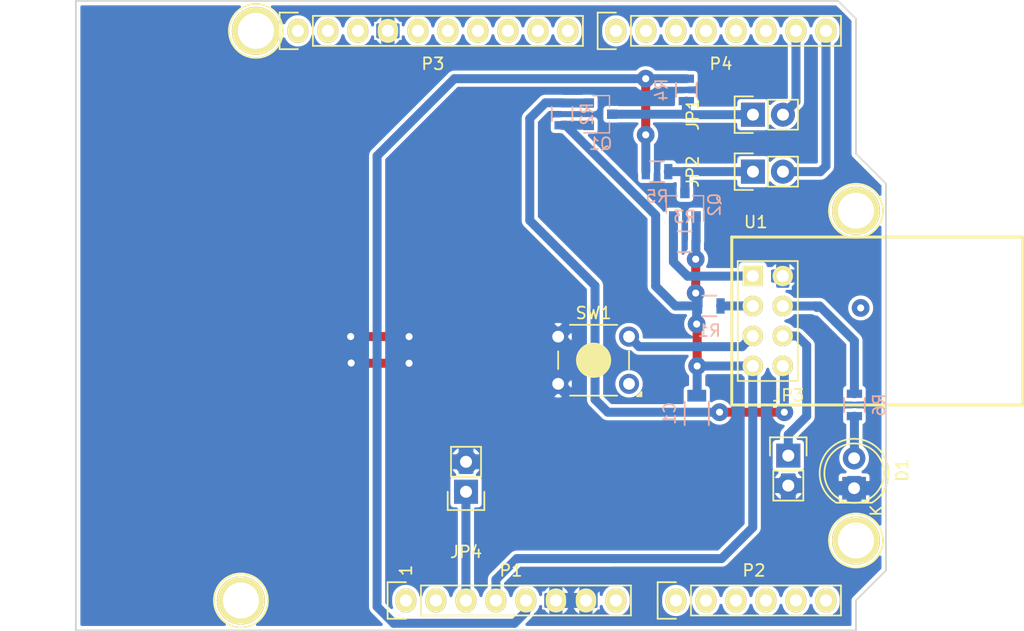
<source format=kicad_pcb>
(kicad_pcb (version 4) (host pcbnew 4.0.5+dfsg1-4)

  (general
    (links 37)
    (no_connects 3)
    (area 104.572999 71.4372 191.592201 127.7988)
    (thickness 1.6)
    (drawings 27)
    (tracks 151)
    (zones 0)
    (modules 24)
    (nets 42)
  )

  (page A4)
  (title_block
    (date "lun. 30 mars 2015")
  )

  (layers
    (0 F.Cu signal)
    (31 B.Cu signal)
    (32 B.Adhes user)
    (33 F.Adhes user)
    (34 B.Paste user)
    (35 F.Paste user)
    (36 B.SilkS user)
    (37 F.SilkS user)
    (38 B.Mask user)
    (39 F.Mask user)
    (40 Dwgs.User user)
    (41 Cmts.User user)
    (42 Eco1.User user)
    (43 Eco2.User user)
    (44 Edge.Cuts user)
    (45 Margin user)
    (46 B.CrtYd user)
    (47 F.CrtYd user)
    (48 B.Fab user)
    (49 F.Fab user)
  )

  (setup
    (last_trace_width 0.762)
    (trace_clearance 0.3048)
    (zone_clearance 0.3048)
    (zone_45_only no)
    (trace_min 0.2)
    (segment_width 0.15)
    (edge_width 0.15)
    (via_size 1.5)
    (via_drill 0.6)
    (via_min_size 0.4)
    (via_min_drill 0.3)
    (uvia_size 1.5)
    (uvia_drill 0.6)
    (uvias_allowed no)
    (uvia_min_size 0)
    (uvia_min_drill 0)
    (pcb_text_width 0.3)
    (pcb_text_size 1.5 1.5)
    (mod_edge_width 0.15)
    (mod_text_size 1 1)
    (mod_text_width 0.15)
    (pad_size 4.064 4.064)
    (pad_drill 3.048)
    (pad_to_mask_clearance 0)
    (aux_axis_origin 110.998 126.365)
    (grid_origin 110.998 126.365)
    (visible_elements FFFFFF7F)
    (pcbplotparams
      (layerselection 0x00030_80000001)
      (usegerberextensions false)
      (excludeedgelayer true)
      (linewidth 0.100000)
      (plotframeref false)
      (viasonmask false)
      (mode 1)
      (useauxorigin false)
      (hpglpennumber 1)
      (hpglpenspeed 20)
      (hpglpendiameter 15)
      (hpglpenoverlay 2)
      (psnegative false)
      (psa4output false)
      (plotreference true)
      (plotvalue true)
      (plotinvisibletext false)
      (padsonsilk false)
      (subtractmaskfromsilk false)
      (outputformat 1)
      (mirror false)
      (drillshape 1)
      (scaleselection 1)
      (outputdirectory ""))
  )

  (net 0 "")
  (net 1 /IOREF)
  (net 2 +5V)
  (net 3 GND)
  (net 4 /Vin)
  (net 5 /A0)
  (net 6 /A1)
  (net 7 /A2)
  (net 8 /A3)
  (net 9 /AREF)
  (net 10 "/A4(SDA)")
  (net 11 "/A5(SCL)")
  (net 12 "/9(**)")
  (net 13 /8)
  (net 14 /7)
  (net 15 "/6(**)")
  (net 16 "/5(**)")
  (net 17 /4)
  (net 18 "/3(**)")
  (net 19 /2)
  (net 20 "Net-(P5-Pad1)")
  (net 21 "Net-(P6-Pad1)")
  (net 22 "Net-(P7-Pad1)")
  (net 23 "Net-(P8-Pad1)")
  (net 24 "/13(SCK)")
  (net 25 "/10(**/SS)")
  (net 26 "Net-(P1-Pad1)")
  (net 27 +3V3)
  (net 28 "/12(MISO)")
  (net 29 "/11(**/MOSI)")
  (net 30 TX)
  (net 31 RX)
  (net 32 TX_l)
  (net 33 RX_l)
  (net 34 "Net-(R1-Pad2)")
  (net 35 FIW)
  (net 36 ARD_RST)
  (net 37 "Net-(D1-Pad2)")
  (net 38 RST)
  (net 39 "Net-(JP1-Pad1)")
  (net 40 "Net-(JP2-Pad1)")
  (net 41 "Net-(R6-Pad2)")

  (net_class Default "This is the default net class."
    (clearance 0.3048)
    (trace_width 0.762)
    (via_dia 1.5)
    (via_drill 0.6)
    (uvia_dia 1.5)
    (uvia_drill 0.6)
    (add_net +3V3)
    (add_net +5V)
    (add_net "/10(**/SS)")
    (add_net "/11(**/MOSI)")
    (add_net "/12(MISO)")
    (add_net "/13(SCK)")
    (add_net /2)
    (add_net "/3(**)")
    (add_net /4)
    (add_net "/5(**)")
    (add_net "/6(**)")
    (add_net /7)
    (add_net /8)
    (add_net "/9(**)")
    (add_net /A0)
    (add_net /A1)
    (add_net /A2)
    (add_net /A3)
    (add_net "/A4(SDA)")
    (add_net "/A5(SCL)")
    (add_net /AREF)
    (add_net /IOREF)
    (add_net /Vin)
    (add_net ARD_RST)
    (add_net FIW)
    (add_net GND)
    (add_net "Net-(D1-Pad2)")
    (add_net "Net-(JP1-Pad1)")
    (add_net "Net-(JP2-Pad1)")
    (add_net "Net-(P1-Pad1)")
    (add_net "Net-(P5-Pad1)")
    (add_net "Net-(P6-Pad1)")
    (add_net "Net-(P7-Pad1)")
    (add_net "Net-(P8-Pad1)")
    (add_net "Net-(R1-Pad2)")
    (add_net "Net-(R6-Pad2)")
    (add_net RST)
    (add_net RX)
    (add_net RX_l)
    (add_net TX)
    (add_net TX_l)
  )

  (module Capacitors_SMD:C_1206 (layer B.Cu) (tedit 5415D7BD) (tstamp 5BF6FE51)
    (at 163.56076 107.974 270)
    (descr "Capacitor SMD 1206, reflow soldering, AVX (see smccp.pdf)")
    (tags "capacitor 1206")
    (path /5BF73E14)
    (attr smd)
    (fp_text reference C1 (at 0 2.3 270) (layer B.SilkS)
      (effects (font (size 1 1) (thickness 0.15)) (justify mirror))
    )
    (fp_text value 2.2u (at 0 -2.3 270) (layer B.Fab)
      (effects (font (size 1 1) (thickness 0.15)) (justify mirror))
    )
    (fp_line (start -1.6 -0.8) (end -1.6 0.8) (layer B.Fab) (width 0.15))
    (fp_line (start 1.6 -0.8) (end -1.6 -0.8) (layer B.Fab) (width 0.15))
    (fp_line (start 1.6 0.8) (end 1.6 -0.8) (layer B.Fab) (width 0.15))
    (fp_line (start -1.6 0.8) (end 1.6 0.8) (layer B.Fab) (width 0.15))
    (fp_line (start -2.3 1.15) (end 2.3 1.15) (layer B.CrtYd) (width 0.05))
    (fp_line (start -2.3 -1.15) (end 2.3 -1.15) (layer B.CrtYd) (width 0.05))
    (fp_line (start -2.3 1.15) (end -2.3 -1.15) (layer B.CrtYd) (width 0.05))
    (fp_line (start 2.3 1.15) (end 2.3 -1.15) (layer B.CrtYd) (width 0.05))
    (fp_line (start 1 1.025) (end -1 1.025) (layer B.SilkS) (width 0.15))
    (fp_line (start -1 -1.025) (end 1 -1.025) (layer B.SilkS) (width 0.15))
    (pad 1 smd rect (at -1.5 0 270) (size 1 1.6) (layers B.Cu B.Paste B.Mask)
      (net 27 +3V3))
    (pad 2 smd rect (at 1.5 0 270) (size 1 1.6) (layers B.Cu B.Paste B.Mask)
      (net 3 GND))
    (model Capacitors_SMD.3dshapes/C_1206.wrl
      (at (xyz 0 0 0))
      (scale (xyz 1 1 1))
      (rotate (xyz 0 0 0))
    )
  )

  (module TO_SOT_Packages_SMD:SOT-23 (layer B.Cu) (tedit 583F39EB) (tstamp 5BF6B2BE)
    (at 162.556483 90.294865 90)
    (descr "SOT-23, Standard")
    (tags SOT-23)
    (path /5BF6C917)
    (attr smd)
    (fp_text reference Q2 (at 0 2.5 90) (layer B.SilkS)
      (effects (font (size 1 1) (thickness 0.15)) (justify mirror))
    )
    (fp_text value 2N7002 (at 0 -2.5 90) (layer B.Fab)
      (effects (font (size 1 1) (thickness 0.15)) (justify mirror))
    )
    (fp_line (start 0.76 -1.58) (end 0.76 -0.65) (layer B.SilkS) (width 0.12))
    (fp_line (start 0.76 1.58) (end 0.76 0.65) (layer B.SilkS) (width 0.12))
    (fp_line (start 0.7 1.52) (end 0.7 -1.52) (layer B.Fab) (width 0.15))
    (fp_line (start -0.7 -1.52) (end 0.7 -1.52) (layer B.Fab) (width 0.15))
    (fp_line (start -1.7 1.75) (end 1.7 1.75) (layer B.CrtYd) (width 0.05))
    (fp_line (start 1.7 1.75) (end 1.7 -1.75) (layer B.CrtYd) (width 0.05))
    (fp_line (start 1.7 -1.75) (end -1.7 -1.75) (layer B.CrtYd) (width 0.05))
    (fp_line (start -1.7 -1.75) (end -1.7 1.75) (layer B.CrtYd) (width 0.05))
    (fp_line (start 0.76 1.58) (end -1.4 1.58) (layer B.SilkS) (width 0.12))
    (fp_line (start -0.7 1.52) (end 0.7 1.52) (layer B.Fab) (width 0.15))
    (fp_line (start -0.7 1.52) (end -0.7 -1.52) (layer B.Fab) (width 0.15))
    (fp_line (start 0.76 -1.58) (end -0.7 -1.58) (layer B.SilkS) (width 0.12))
    (pad 1 smd rect (at -1 0.95 90) (size 0.9 0.8) (layers B.Cu B.Paste B.Mask)
      (net 27 +3V3))
    (pad 2 smd rect (at -1 -0.95 90) (size 0.9 0.8) (layers B.Cu B.Paste B.Mask)
      (net 33 RX_l))
    (pad 3 smd rect (at 1 0 90) (size 0.9 0.8) (layers B.Cu B.Paste B.Mask)
      (net 40 "Net-(JP2-Pad1)"))
    (model TO_SOT_Packages_SMD.3dshapes/SOT-23.wrl
      (at (xyz 0 0 0))
      (scale (xyz 1 1 1))
      (rotate (xyz 0 0 90))
    )
  )

  (module ESP8266:ESP-01 (layer F.Cu) (tedit 577EF889) (tstamp 5BF6C685)
    (at 168.3004 96.33712)
    (descr "Module, ESP-8266, ESP-01, 8 pin")
    (tags "Module ESP-8266 ESP8266")
    (path /5BF6AF64)
    (fp_text reference U1 (at 0.254 -4.572) (layer F.SilkS)
      (effects (font (size 1 1) (thickness 0.15)))
    )
    (fp_text value ESP-01v090 (at 12.192 3.556) (layer F.Fab)
      (effects (font (size 1 1) (thickness 0.15)))
    )
    (fp_line (start -1.778 -3.302) (end 22.86 -3.302) (layer F.SilkS) (width 0.254))
    (fp_line (start 22.86 -3.302) (end 22.86 10.922) (layer F.SilkS) (width 0.254))
    (fp_line (start 22.86 10.922) (end -1.778 10.922) (layer F.SilkS) (width 0.254))
    (fp_line (start -1.778 10.922) (end -1.778 -3.302) (layer F.SilkS) (width 0.254))
    (fp_line (start -1.778 -3.302) (end 22.86 -3.302) (layer F.Fab) (width 0.05))
    (fp_line (start 22.86 -3.302) (end 22.86 10.922) (layer F.Fab) (width 0.05))
    (fp_line (start 22.86 10.922) (end -1.778 10.922) (layer F.Fab) (width 0.05))
    (fp_line (start -1.778 10.922) (end -1.778 -3.302) (layer F.Fab) (width 0.05))
    (fp_line (start 1.27 -1.27) (end -1.27 -1.27) (layer F.SilkS) (width 0.1524))
    (fp_line (start -1.27 -1.27) (end -1.27 1.27) (layer F.SilkS) (width 0.1524))
    (fp_line (start -1.75 -1.75) (end -1.75 9.4) (layer F.CrtYd) (width 0.05))
    (fp_line (start 4.3 -1.75) (end 4.3 9.4) (layer F.CrtYd) (width 0.05))
    (fp_line (start -1.75 -1.75) (end 4.3 -1.75) (layer F.CrtYd) (width 0.05))
    (fp_line (start -1.75 9.4) (end 4.3 9.4) (layer F.CrtYd) (width 0.05))
    (fp_line (start -1.27 1.27) (end -1.27 8.89) (layer F.SilkS) (width 0.1524))
    (fp_line (start -1.27 8.89) (end 3.81 8.89) (layer F.SilkS) (width 0.1524))
    (fp_line (start 3.81 8.89) (end 3.81 -1.27) (layer F.SilkS) (width 0.1524))
    (fp_line (start 3.81 -1.27) (end 1.27 -1.27) (layer F.SilkS) (width 0.1524))
    (pad 1 thru_hole rect (at 0 0) (size 1.7272 1.7272) (drill 1.016) (layers *.Cu *.Mask F.SilkS)
      (net 33 RX_l))
    (pad 2 thru_hole oval (at 2.54 0) (size 1.7272 1.7272) (drill 1.016) (layers *.Cu *.Mask F.SilkS)
      (net 3 GND))
    (pad 3 thru_hole oval (at 0 2.54) (size 1.7272 1.7272) (drill 1.016) (layers *.Cu *.Mask F.SilkS)
      (net 34 "Net-(R1-Pad2)"))
    (pad 4 thru_hole oval (at 2.54 2.54) (size 1.7272 1.7272) (drill 1.016) (layers *.Cu *.Mask F.SilkS)
      (net 41 "Net-(R6-Pad2)"))
    (pad 5 thru_hole oval (at 0 5.08) (size 1.7272 1.7272) (drill 1.016) (layers *.Cu *.Mask F.SilkS)
      (net 38 RST))
    (pad 6 thru_hole oval (at 2.54 5.08) (size 1.7272 1.7272) (drill 1.016) (layers *.Cu *.Mask F.SilkS)
      (net 35 FIW))
    (pad 7 thru_hole oval (at 0 7.62) (size 1.7272 1.7272) (drill 1.016) (layers *.Cu *.Mask F.SilkS)
      (net 27 +3V3))
    (pad 8 thru_hole oval (at 2.54 7.62) (size 1.7272 1.7272) (drill 1.016) (layers *.Cu *.Mask F.SilkS)
      (net 32 TX_l))
  )

  (module Socket_Arduino_Uno:Socket_Strip_Arduino_1x08 locked (layer F.Cu) (tedit 552168D2) (tstamp 551AF9EA)
    (at 138.938 123.825)
    (descr "Through hole socket strip")
    (tags "socket strip")
    (path /56D70129)
    (fp_text reference P1 (at 8.89 -2.54) (layer F.SilkS)
      (effects (font (size 1 1) (thickness 0.15)))
    )
    (fp_text value Power (at 8.89 -4.064) (layer F.Fab)
      (effects (font (size 1 1) (thickness 0.15)))
    )
    (fp_line (start -1.75 -1.75) (end -1.75 1.75) (layer F.CrtYd) (width 0.05))
    (fp_line (start 19.55 -1.75) (end 19.55 1.75) (layer F.CrtYd) (width 0.05))
    (fp_line (start -1.75 -1.75) (end 19.55 -1.75) (layer F.CrtYd) (width 0.05))
    (fp_line (start -1.75 1.75) (end 19.55 1.75) (layer F.CrtYd) (width 0.05))
    (fp_line (start 1.27 1.27) (end 19.05 1.27) (layer F.SilkS) (width 0.15))
    (fp_line (start 19.05 1.27) (end 19.05 -1.27) (layer F.SilkS) (width 0.15))
    (fp_line (start 19.05 -1.27) (end 1.27 -1.27) (layer F.SilkS) (width 0.15))
    (fp_line (start -1.55 1.55) (end 0 1.55) (layer F.SilkS) (width 0.15))
    (fp_line (start 1.27 1.27) (end 1.27 -1.27) (layer F.SilkS) (width 0.15))
    (fp_line (start 0 -1.55) (end -1.55 -1.55) (layer F.SilkS) (width 0.15))
    (fp_line (start -1.55 -1.55) (end -1.55 1.55) (layer F.SilkS) (width 0.15))
    (pad 1 thru_hole oval (at 0 0) (size 1.7272 2.032) (drill 1.016) (layers *.Cu *.Mask F.SilkS)
      (net 26 "Net-(P1-Pad1)"))
    (pad 2 thru_hole oval (at 2.54 0) (size 1.7272 2.032) (drill 1.016) (layers *.Cu *.Mask F.SilkS)
      (net 1 /IOREF))
    (pad 3 thru_hole oval (at 5.08 0) (size 1.7272 2.032) (drill 1.016) (layers *.Cu *.Mask F.SilkS)
      (net 36 ARD_RST))
    (pad 4 thru_hole oval (at 7.62 0) (size 1.7272 2.032) (drill 1.016) (layers *.Cu *.Mask F.SilkS)
      (net 27 +3V3))
    (pad 5 thru_hole oval (at 10.16 0) (size 1.7272 2.032) (drill 1.016) (layers *.Cu *.Mask F.SilkS)
      (net 2 +5V))
    (pad 6 thru_hole oval (at 12.7 0) (size 1.7272 2.032) (drill 1.016) (layers *.Cu *.Mask F.SilkS)
      (net 3 GND))
    (pad 7 thru_hole oval (at 15.24 0) (size 1.7272 2.032) (drill 1.016) (layers *.Cu *.Mask F.SilkS)
      (net 3 GND))
    (pad 8 thru_hole oval (at 17.78 0) (size 1.7272 2.032) (drill 1.016) (layers *.Cu *.Mask F.SilkS)
      (net 4 /Vin))
    (model ${KIPRJMOD}/Socket_Arduino_Uno.3dshapes/Socket_header_Arduino_1x08.wrl
      (at (xyz 0.35 0 0))
      (scale (xyz 1 1 1))
      (rotate (xyz 0 0 180))
    )
  )

  (module Socket_Arduino_Uno:Socket_Strip_Arduino_1x06 locked (layer F.Cu) (tedit 552168D6) (tstamp 551AF9FF)
    (at 161.798 123.825)
    (descr "Through hole socket strip")
    (tags "socket strip")
    (path /56D70DD8)
    (fp_text reference P2 (at 6.604 -2.54) (layer F.SilkS)
      (effects (font (size 1 1) (thickness 0.15)))
    )
    (fp_text value Analog (at 6.604 -4.064) (layer F.Fab)
      (effects (font (size 1 1) (thickness 0.15)))
    )
    (fp_line (start -1.75 -1.75) (end -1.75 1.75) (layer F.CrtYd) (width 0.05))
    (fp_line (start 14.45 -1.75) (end 14.45 1.75) (layer F.CrtYd) (width 0.05))
    (fp_line (start -1.75 -1.75) (end 14.45 -1.75) (layer F.CrtYd) (width 0.05))
    (fp_line (start -1.75 1.75) (end 14.45 1.75) (layer F.CrtYd) (width 0.05))
    (fp_line (start 1.27 1.27) (end 13.97 1.27) (layer F.SilkS) (width 0.15))
    (fp_line (start 13.97 1.27) (end 13.97 -1.27) (layer F.SilkS) (width 0.15))
    (fp_line (start 13.97 -1.27) (end 1.27 -1.27) (layer F.SilkS) (width 0.15))
    (fp_line (start -1.55 1.55) (end 0 1.55) (layer F.SilkS) (width 0.15))
    (fp_line (start 1.27 1.27) (end 1.27 -1.27) (layer F.SilkS) (width 0.15))
    (fp_line (start 0 -1.55) (end -1.55 -1.55) (layer F.SilkS) (width 0.15))
    (fp_line (start -1.55 -1.55) (end -1.55 1.55) (layer F.SilkS) (width 0.15))
    (pad 1 thru_hole oval (at 0 0) (size 1.7272 2.032) (drill 1.016) (layers *.Cu *.Mask F.SilkS)
      (net 5 /A0))
    (pad 2 thru_hole oval (at 2.54 0) (size 1.7272 2.032) (drill 1.016) (layers *.Cu *.Mask F.SilkS)
      (net 6 /A1))
    (pad 3 thru_hole oval (at 5.08 0) (size 1.7272 2.032) (drill 1.016) (layers *.Cu *.Mask F.SilkS)
      (net 7 /A2))
    (pad 4 thru_hole oval (at 7.62 0) (size 1.7272 2.032) (drill 1.016) (layers *.Cu *.Mask F.SilkS)
      (net 8 /A3))
    (pad 5 thru_hole oval (at 10.16 0) (size 1.7272 2.032) (drill 1.016) (layers *.Cu *.Mask F.SilkS)
      (net 10 "/A4(SDA)"))
    (pad 6 thru_hole oval (at 12.7 0) (size 1.7272 2.032) (drill 1.016) (layers *.Cu *.Mask F.SilkS)
      (net 11 "/A5(SCL)"))
    (model ${KIPRJMOD}/Socket_Arduino_Uno.3dshapes/Socket_header_Arduino_1x06.wrl
      (at (xyz 0.25 0 0))
      (scale (xyz 1 1 1))
      (rotate (xyz 0 0 180))
    )
  )

  (module Socket_Arduino_Uno:Socket_Strip_Arduino_1x10 locked (layer F.Cu) (tedit 552168BF) (tstamp 551AFA18)
    (at 129.794 75.565)
    (descr "Through hole socket strip")
    (tags "socket strip")
    (path /56D721E0)
    (fp_text reference P3 (at 11.43 2.794) (layer F.SilkS)
      (effects (font (size 1 1) (thickness 0.15)))
    )
    (fp_text value Digital (at 11.43 4.318) (layer F.Fab)
      (effects (font (size 1 1) (thickness 0.15)))
    )
    (fp_line (start -1.75 -1.75) (end -1.75 1.75) (layer F.CrtYd) (width 0.05))
    (fp_line (start 24.65 -1.75) (end 24.65 1.75) (layer F.CrtYd) (width 0.05))
    (fp_line (start -1.75 -1.75) (end 24.65 -1.75) (layer F.CrtYd) (width 0.05))
    (fp_line (start -1.75 1.75) (end 24.65 1.75) (layer F.CrtYd) (width 0.05))
    (fp_line (start 1.27 1.27) (end 24.13 1.27) (layer F.SilkS) (width 0.15))
    (fp_line (start 24.13 1.27) (end 24.13 -1.27) (layer F.SilkS) (width 0.15))
    (fp_line (start 24.13 -1.27) (end 1.27 -1.27) (layer F.SilkS) (width 0.15))
    (fp_line (start -1.55 1.55) (end 0 1.55) (layer F.SilkS) (width 0.15))
    (fp_line (start 1.27 1.27) (end 1.27 -1.27) (layer F.SilkS) (width 0.15))
    (fp_line (start 0 -1.55) (end -1.55 -1.55) (layer F.SilkS) (width 0.15))
    (fp_line (start -1.55 -1.55) (end -1.55 1.55) (layer F.SilkS) (width 0.15))
    (pad 1 thru_hole oval (at 0 0) (size 1.7272 2.032) (drill 1.016) (layers *.Cu *.Mask F.SilkS)
      (net 11 "/A5(SCL)"))
    (pad 2 thru_hole oval (at 2.54 0) (size 1.7272 2.032) (drill 1.016) (layers *.Cu *.Mask F.SilkS)
      (net 10 "/A4(SDA)"))
    (pad 3 thru_hole oval (at 5.08 0) (size 1.7272 2.032) (drill 1.016) (layers *.Cu *.Mask F.SilkS)
      (net 9 /AREF))
    (pad 4 thru_hole oval (at 7.62 0) (size 1.7272 2.032) (drill 1.016) (layers *.Cu *.Mask F.SilkS)
      (net 3 GND))
    (pad 5 thru_hole oval (at 10.16 0) (size 1.7272 2.032) (drill 1.016) (layers *.Cu *.Mask F.SilkS)
      (net 24 "/13(SCK)"))
    (pad 6 thru_hole oval (at 12.7 0) (size 1.7272 2.032) (drill 1.016) (layers *.Cu *.Mask F.SilkS)
      (net 28 "/12(MISO)"))
    (pad 7 thru_hole oval (at 15.24 0) (size 1.7272 2.032) (drill 1.016) (layers *.Cu *.Mask F.SilkS)
      (net 29 "/11(**/MOSI)"))
    (pad 8 thru_hole oval (at 17.78 0) (size 1.7272 2.032) (drill 1.016) (layers *.Cu *.Mask F.SilkS)
      (net 25 "/10(**/SS)"))
    (pad 9 thru_hole oval (at 20.32 0) (size 1.7272 2.032) (drill 1.016) (layers *.Cu *.Mask F.SilkS)
      (net 12 "/9(**)"))
    (pad 10 thru_hole oval (at 22.86 0) (size 1.7272 2.032) (drill 1.016) (layers *.Cu *.Mask F.SilkS)
      (net 13 /8))
    (model ${KIPRJMOD}/Socket_Arduino_Uno.3dshapes/Socket_header_Arduino_1x10.wrl
      (at (xyz 0.45 0 0))
      (scale (xyz 1 1 1))
      (rotate (xyz 0 0 180))
    )
  )

  (module Socket_Arduino_Uno:Socket_Strip_Arduino_1x08 locked (layer F.Cu) (tedit 552168C7) (tstamp 551AFA2F)
    (at 156.718 75.565)
    (descr "Through hole socket strip")
    (tags "socket strip")
    (path /56D7164F)
    (fp_text reference P4 (at 8.89 2.794) (layer F.SilkS)
      (effects (font (size 1 1) (thickness 0.15)))
    )
    (fp_text value Digital (at 8.89 4.318) (layer F.Fab)
      (effects (font (size 1 1) (thickness 0.15)))
    )
    (fp_line (start -1.75 -1.75) (end -1.75 1.75) (layer F.CrtYd) (width 0.05))
    (fp_line (start 19.55 -1.75) (end 19.55 1.75) (layer F.CrtYd) (width 0.05))
    (fp_line (start -1.75 -1.75) (end 19.55 -1.75) (layer F.CrtYd) (width 0.05))
    (fp_line (start -1.75 1.75) (end 19.55 1.75) (layer F.CrtYd) (width 0.05))
    (fp_line (start 1.27 1.27) (end 19.05 1.27) (layer F.SilkS) (width 0.15))
    (fp_line (start 19.05 1.27) (end 19.05 -1.27) (layer F.SilkS) (width 0.15))
    (fp_line (start 19.05 -1.27) (end 1.27 -1.27) (layer F.SilkS) (width 0.15))
    (fp_line (start -1.55 1.55) (end 0 1.55) (layer F.SilkS) (width 0.15))
    (fp_line (start 1.27 1.27) (end 1.27 -1.27) (layer F.SilkS) (width 0.15))
    (fp_line (start 0 -1.55) (end -1.55 -1.55) (layer F.SilkS) (width 0.15))
    (fp_line (start -1.55 -1.55) (end -1.55 1.55) (layer F.SilkS) (width 0.15))
    (pad 1 thru_hole oval (at 0 0) (size 1.7272 2.032) (drill 1.016) (layers *.Cu *.Mask F.SilkS)
      (net 14 /7))
    (pad 2 thru_hole oval (at 2.54 0) (size 1.7272 2.032) (drill 1.016) (layers *.Cu *.Mask F.SilkS)
      (net 15 "/6(**)"))
    (pad 3 thru_hole oval (at 5.08 0) (size 1.7272 2.032) (drill 1.016) (layers *.Cu *.Mask F.SilkS)
      (net 16 "/5(**)"))
    (pad 4 thru_hole oval (at 7.62 0) (size 1.7272 2.032) (drill 1.016) (layers *.Cu *.Mask F.SilkS)
      (net 17 /4))
    (pad 5 thru_hole oval (at 10.16 0) (size 1.7272 2.032) (drill 1.016) (layers *.Cu *.Mask F.SilkS)
      (net 18 "/3(**)"))
    (pad 6 thru_hole oval (at 12.7 0) (size 1.7272 2.032) (drill 1.016) (layers *.Cu *.Mask F.SilkS)
      (net 19 /2))
    (pad 7 thru_hole oval (at 15.24 0) (size 1.7272 2.032) (drill 1.016) (layers *.Cu *.Mask F.SilkS)
      (net 30 TX))
    (pad 8 thru_hole oval (at 17.78 0) (size 1.7272 2.032) (drill 1.016) (layers *.Cu *.Mask F.SilkS)
      (net 31 RX))
    (model ${KIPRJMOD}/Socket_Arduino_Uno.3dshapes/Socket_header_Arduino_1x08.wrl
      (at (xyz 0.35 0 0))
      (scale (xyz 1 1 1))
      (rotate (xyz 0 0 180))
    )
  )

  (module Socket_Arduino_Uno:Arduino_1pin locked (layer F.Cu) (tedit 5524FC39) (tstamp 5524FC3F)
    (at 124.968 123.825)
    (descr "module 1 pin (ou trou mecanique de percage)")
    (tags DEV)
    (path /56D71177)
    (fp_text reference P5 (at 0 -3.048) (layer F.SilkS) hide
      (effects (font (size 1 1) (thickness 0.15)))
    )
    (fp_text value CONN_01X01 (at 0 2.794) (layer F.Fab) hide
      (effects (font (size 1 1) (thickness 0.15)))
    )
    (fp_circle (center 0 0) (end 0 -2.286) (layer F.SilkS) (width 0.15))
    (pad 1 thru_hole circle (at 0 0) (size 4.064 4.064) (drill 3.048) (layers *.Cu *.Mask F.SilkS)
      (net 20 "Net-(P5-Pad1)"))
  )

  (module Socket_Arduino_Uno:Arduino_1pin locked (layer F.Cu) (tedit 5524FC4A) (tstamp 5524FC44)
    (at 177.038 118.745)
    (descr "module 1 pin (ou trou mecanique de percage)")
    (tags DEV)
    (path /56D71274)
    (fp_text reference P6 (at 0 -3.048) (layer F.SilkS) hide
      (effects (font (size 1 1) (thickness 0.15)))
    )
    (fp_text value CONN_01X01 (at 0 2.794) (layer F.Fab) hide
      (effects (font (size 1 1) (thickness 0.15)))
    )
    (fp_circle (center 0 0) (end 0 -2.286) (layer F.SilkS) (width 0.15))
    (pad 1 thru_hole circle (at 0 0) (size 4.064 4.064) (drill 3.048) (layers *.Cu *.Mask F.SilkS)
      (net 21 "Net-(P6-Pad1)"))
  )

  (module Socket_Arduino_Uno:Arduino_1pin locked (layer F.Cu) (tedit 5524FC2F) (tstamp 5524FC49)
    (at 126.238 75.565)
    (descr "module 1 pin (ou trou mecanique de percage)")
    (tags DEV)
    (path /56D712A8)
    (fp_text reference P7 (at 0 -3.048) (layer F.SilkS) hide
      (effects (font (size 1 1) (thickness 0.15)))
    )
    (fp_text value CONN_01X01 (at 0 2.794) (layer F.Fab) hide
      (effects (font (size 1 1) (thickness 0.15)))
    )
    (fp_circle (center 0 0) (end 0 -2.286) (layer F.SilkS) (width 0.15))
    (pad 1 thru_hole circle (at 0 0) (size 4.064 4.064) (drill 3.048) (layers *.Cu *.Mask F.SilkS)
      (net 22 "Net-(P7-Pad1)"))
  )

  (module Socket_Arduino_Uno:Arduino_1pin locked (layer F.Cu) (tedit 5524FC41) (tstamp 5524FC4E)
    (at 177.038 90.805)
    (descr "module 1 pin (ou trou mecanique de percage)")
    (tags DEV)
    (path /56D712DB)
    (fp_text reference P8 (at 0 -3.048) (layer F.SilkS) hide
      (effects (font (size 1 1) (thickness 0.15)))
    )
    (fp_text value CONN_01X01 (at 0 2.794) (layer F.Fab) hide
      (effects (font (size 1 1) (thickness 0.15)))
    )
    (fp_circle (center 0 0) (end 0 -2.286) (layer F.SilkS) (width 0.15))
    (pad 1 thru_hole circle (at 0 0) (size 4.064 4.064) (drill 3.048) (layers *.Cu *.Mask F.SilkS)
      (net 23 "Net-(P8-Pad1)"))
  )

  (module TO_SOT_Packages_SMD:SOT-23 (layer B.Cu) (tedit 583F39EB) (tstamp 5BF6B2AB)
    (at 155.41168 82.62878)
    (descr "SOT-23, Standard")
    (tags SOT-23)
    (path /5BF6BC41)
    (attr smd)
    (fp_text reference Q1 (at 0 2.5) (layer B.SilkS)
      (effects (font (size 1 1) (thickness 0.15)) (justify mirror))
    )
    (fp_text value 2N7002 (at 0 -2.5) (layer B.Fab)
      (effects (font (size 1 1) (thickness 0.15)) (justify mirror))
    )
    (fp_line (start 0.76 -1.58) (end 0.76 -0.65) (layer B.SilkS) (width 0.12))
    (fp_line (start 0.76 1.58) (end 0.76 0.65) (layer B.SilkS) (width 0.12))
    (fp_line (start 0.7 1.52) (end 0.7 -1.52) (layer B.Fab) (width 0.15))
    (fp_line (start -0.7 -1.52) (end 0.7 -1.52) (layer B.Fab) (width 0.15))
    (fp_line (start -1.7 1.75) (end 1.7 1.75) (layer B.CrtYd) (width 0.05))
    (fp_line (start 1.7 1.75) (end 1.7 -1.75) (layer B.CrtYd) (width 0.05))
    (fp_line (start 1.7 -1.75) (end -1.7 -1.75) (layer B.CrtYd) (width 0.05))
    (fp_line (start -1.7 -1.75) (end -1.7 1.75) (layer B.CrtYd) (width 0.05))
    (fp_line (start 0.76 1.58) (end -1.4 1.58) (layer B.SilkS) (width 0.12))
    (fp_line (start -0.7 1.52) (end 0.7 1.52) (layer B.Fab) (width 0.15))
    (fp_line (start -0.7 1.52) (end -0.7 -1.52) (layer B.Fab) (width 0.15))
    (fp_line (start 0.76 -1.58) (end -0.7 -1.58) (layer B.SilkS) (width 0.12))
    (pad 1 smd rect (at -1 0.95) (size 0.9 0.8) (layers B.Cu B.Paste B.Mask)
      (net 27 +3V3))
    (pad 2 smd rect (at -1 -0.95) (size 0.9 0.8) (layers B.Cu B.Paste B.Mask)
      (net 32 TX_l))
    (pad 3 smd rect (at 1 0) (size 0.9 0.8) (layers B.Cu B.Paste B.Mask)
      (net 39 "Net-(JP1-Pad1)"))
    (model TO_SOT_Packages_SMD.3dshapes/SOT-23.wrl
      (at (xyz 0 0 0))
      (scale (xyz 1 1 1))
      (rotate (xyz 0 0 90))
    )
  )

  (module Pin_Headers:Pin_Header_Straight_1x02 (layer F.Cu) (tedit 54EA090C) (tstamp 5BF6C655)
    (at 168.31564 82.66684 90)
    (descr "Through hole pin header")
    (tags "pin header")
    (path /5BF6DFC7)
    (fp_text reference JP1 (at 0 -5.1 90) (layer F.SilkS)
      (effects (font (size 1 1) (thickness 0.15)))
    )
    (fp_text value Jumper (at 0 -3.1 90) (layer F.Fab)
      (effects (font (size 1 1) (thickness 0.15)))
    )
    (fp_line (start 1.27 1.27) (end 1.27 3.81) (layer F.SilkS) (width 0.15))
    (fp_line (start 1.55 -1.55) (end 1.55 0) (layer F.SilkS) (width 0.15))
    (fp_line (start -1.75 -1.75) (end -1.75 4.3) (layer F.CrtYd) (width 0.05))
    (fp_line (start 1.75 -1.75) (end 1.75 4.3) (layer F.CrtYd) (width 0.05))
    (fp_line (start -1.75 -1.75) (end 1.75 -1.75) (layer F.CrtYd) (width 0.05))
    (fp_line (start -1.75 4.3) (end 1.75 4.3) (layer F.CrtYd) (width 0.05))
    (fp_line (start 1.27 1.27) (end -1.27 1.27) (layer F.SilkS) (width 0.15))
    (fp_line (start -1.55 0) (end -1.55 -1.55) (layer F.SilkS) (width 0.15))
    (fp_line (start -1.55 -1.55) (end 1.55 -1.55) (layer F.SilkS) (width 0.15))
    (fp_line (start -1.27 1.27) (end -1.27 3.81) (layer F.SilkS) (width 0.15))
    (fp_line (start -1.27 3.81) (end 1.27 3.81) (layer F.SilkS) (width 0.15))
    (pad 1 thru_hole rect (at 0 0 90) (size 2.032 2.032) (drill 1.016) (layers *.Cu *.Mask)
      (net 39 "Net-(JP1-Pad1)"))
    (pad 2 thru_hole oval (at 0 2.54 90) (size 2.032 2.032) (drill 1.016) (layers *.Cu *.Mask)
      (net 30 TX))
    (model Pin_Headers.3dshapes/Pin_Header_Straight_1x02.wrl
      (at (xyz 0 -0.05 0))
      (scale (xyz 1 1 1))
      (rotate (xyz 0 0 90))
    )
  )

  (module Pin_Headers:Pin_Header_Straight_1x02 (layer F.Cu) (tedit 54EA090C) (tstamp 5BF6C65B)
    (at 168.31564 87.49284 90)
    (descr "Through hole pin header")
    (tags "pin header")
    (path /5BF6E05A)
    (fp_text reference JP2 (at 0 -5.1 90) (layer F.SilkS)
      (effects (font (size 1 1) (thickness 0.15)))
    )
    (fp_text value Jumper (at 0 -3.1 90) (layer F.Fab)
      (effects (font (size 1 1) (thickness 0.15)))
    )
    (fp_line (start 1.27 1.27) (end 1.27 3.81) (layer F.SilkS) (width 0.15))
    (fp_line (start 1.55 -1.55) (end 1.55 0) (layer F.SilkS) (width 0.15))
    (fp_line (start -1.75 -1.75) (end -1.75 4.3) (layer F.CrtYd) (width 0.05))
    (fp_line (start 1.75 -1.75) (end 1.75 4.3) (layer F.CrtYd) (width 0.05))
    (fp_line (start -1.75 -1.75) (end 1.75 -1.75) (layer F.CrtYd) (width 0.05))
    (fp_line (start -1.75 4.3) (end 1.75 4.3) (layer F.CrtYd) (width 0.05))
    (fp_line (start 1.27 1.27) (end -1.27 1.27) (layer F.SilkS) (width 0.15))
    (fp_line (start -1.55 0) (end -1.55 -1.55) (layer F.SilkS) (width 0.15))
    (fp_line (start -1.55 -1.55) (end 1.55 -1.55) (layer F.SilkS) (width 0.15))
    (fp_line (start -1.27 1.27) (end -1.27 3.81) (layer F.SilkS) (width 0.15))
    (fp_line (start -1.27 3.81) (end 1.27 3.81) (layer F.SilkS) (width 0.15))
    (pad 1 thru_hole rect (at 0 0 90) (size 2.032 2.032) (drill 1.016) (layers *.Cu *.Mask)
      (net 40 "Net-(JP2-Pad1)"))
    (pad 2 thru_hole oval (at 0 2.54 90) (size 2.032 2.032) (drill 1.016) (layers *.Cu *.Mask)
      (net 31 RX))
    (model Pin_Headers.3dshapes/Pin_Header_Straight_1x02.wrl
      (at (xyz 0 -0.05 0))
      (scale (xyz 1 1 1))
      (rotate (xyz 0 0 90))
    )
  )

  (module Resistors_SMD:R_0805 (layer B.Cu) (tedit 58307B54) (tstamp 5BF6C661)
    (at 164.62248 98.87204)
    (descr "Resistor SMD 0805, reflow soldering, Vishay (see dcrcw.pdf)")
    (tags "resistor 0805")
    (path /5BF6D62D)
    (attr smd)
    (fp_text reference R1 (at 0 2.1) (layer B.SilkS)
      (effects (font (size 1 1) (thickness 0.15)) (justify mirror))
    )
    (fp_text value 2K2 (at 0 -2.1) (layer B.Fab)
      (effects (font (size 1 1) (thickness 0.15)) (justify mirror))
    )
    (fp_line (start -1 -0.625) (end -1 0.625) (layer B.Fab) (width 0.1))
    (fp_line (start 1 -0.625) (end -1 -0.625) (layer B.Fab) (width 0.1))
    (fp_line (start 1 0.625) (end 1 -0.625) (layer B.Fab) (width 0.1))
    (fp_line (start -1 0.625) (end 1 0.625) (layer B.Fab) (width 0.1))
    (fp_line (start -1.6 1) (end 1.6 1) (layer B.CrtYd) (width 0.05))
    (fp_line (start -1.6 -1) (end 1.6 -1) (layer B.CrtYd) (width 0.05))
    (fp_line (start -1.6 1) (end -1.6 -1) (layer B.CrtYd) (width 0.05))
    (fp_line (start 1.6 1) (end 1.6 -1) (layer B.CrtYd) (width 0.05))
    (fp_line (start 0.6 -0.875) (end -0.6 -0.875) (layer B.SilkS) (width 0.15))
    (fp_line (start -0.6 0.875) (end 0.6 0.875) (layer B.SilkS) (width 0.15))
    (pad 1 smd rect (at -0.95 0) (size 0.7 1.3) (layers B.Cu B.Paste B.Mask)
      (net 27 +3V3))
    (pad 2 smd rect (at 0.95 0) (size 0.7 1.3) (layers B.Cu B.Paste B.Mask)
      (net 34 "Net-(R1-Pad2)"))
    (model Resistors_SMD.3dshapes/R_0805.wrl
      (at (xyz 0 0 0))
      (scale (xyz 1 1 1))
      (rotate (xyz 0 0 0))
    )
  )

  (module Resistors_SMD:R_0805 (layer B.Cu) (tedit 58307B54) (tstamp 5BF6C667)
    (at 152.16124 82.61092 90)
    (descr "Resistor SMD 0805, reflow soldering, Vishay (see dcrcw.pdf)")
    (tags "resistor 0805")
    (path /5BF6BB87)
    (attr smd)
    (fp_text reference R2 (at 0 2.1 90) (layer B.SilkS)
      (effects (font (size 1 1) (thickness 0.15)) (justify mirror))
    )
    (fp_text value 2K2 (at 0 -2.1 90) (layer B.Fab)
      (effects (font (size 1 1) (thickness 0.15)) (justify mirror))
    )
    (fp_line (start -1 -0.625) (end -1 0.625) (layer B.Fab) (width 0.1))
    (fp_line (start 1 -0.625) (end -1 -0.625) (layer B.Fab) (width 0.1))
    (fp_line (start 1 0.625) (end 1 -0.625) (layer B.Fab) (width 0.1))
    (fp_line (start -1 0.625) (end 1 0.625) (layer B.Fab) (width 0.1))
    (fp_line (start -1.6 1) (end 1.6 1) (layer B.CrtYd) (width 0.05))
    (fp_line (start -1.6 -1) (end 1.6 -1) (layer B.CrtYd) (width 0.05))
    (fp_line (start -1.6 1) (end -1.6 -1) (layer B.CrtYd) (width 0.05))
    (fp_line (start 1.6 1) (end 1.6 -1) (layer B.CrtYd) (width 0.05))
    (fp_line (start 0.6 -0.875) (end -0.6 -0.875) (layer B.SilkS) (width 0.15))
    (fp_line (start -0.6 0.875) (end 0.6 0.875) (layer B.SilkS) (width 0.15))
    (pad 1 smd rect (at -0.95 0 90) (size 0.7 1.3) (layers B.Cu B.Paste B.Mask)
      (net 27 +3V3))
    (pad 2 smd rect (at 0.95 0 90) (size 0.7 1.3) (layers B.Cu B.Paste B.Mask)
      (net 32 TX_l))
    (model Resistors_SMD.3dshapes/R_0805.wrl
      (at (xyz 0 0 0))
      (scale (xyz 1 1 1))
      (rotate (xyz 0 0 0))
    )
  )

  (module Resistors_SMD:R_0805 (layer B.Cu) (tedit 58307B54) (tstamp 5BF6C66D)
    (at 162.533623 93.429985 180)
    (descr "Resistor SMD 0805, reflow soldering, Vishay (see dcrcw.pdf)")
    (tags "resistor 0805")
    (path /5BF6C90B)
    (attr smd)
    (fp_text reference R3 (at 0 2.1 180) (layer B.SilkS)
      (effects (font (size 1 1) (thickness 0.15)) (justify mirror))
    )
    (fp_text value 2K2 (at 0 -2.1 180) (layer B.Fab)
      (effects (font (size 1 1) (thickness 0.15)) (justify mirror))
    )
    (fp_line (start -1 -0.625) (end -1 0.625) (layer B.Fab) (width 0.1))
    (fp_line (start 1 -0.625) (end -1 -0.625) (layer B.Fab) (width 0.1))
    (fp_line (start 1 0.625) (end 1 -0.625) (layer B.Fab) (width 0.1))
    (fp_line (start -1 0.625) (end 1 0.625) (layer B.Fab) (width 0.1))
    (fp_line (start -1.6 1) (end 1.6 1) (layer B.CrtYd) (width 0.05))
    (fp_line (start -1.6 -1) (end 1.6 -1) (layer B.CrtYd) (width 0.05))
    (fp_line (start -1.6 1) (end -1.6 -1) (layer B.CrtYd) (width 0.05))
    (fp_line (start 1.6 1) (end 1.6 -1) (layer B.CrtYd) (width 0.05))
    (fp_line (start 0.6 -0.875) (end -0.6 -0.875) (layer B.SilkS) (width 0.15))
    (fp_line (start -0.6 0.875) (end 0.6 0.875) (layer B.SilkS) (width 0.15))
    (pad 1 smd rect (at -0.95 0 180) (size 0.7 1.3) (layers B.Cu B.Paste B.Mask)
      (net 27 +3V3))
    (pad 2 smd rect (at 0.95 0 180) (size 0.7 1.3) (layers B.Cu B.Paste B.Mask)
      (net 33 RX_l))
    (model Resistors_SMD.3dshapes/R_0805.wrl
      (at (xyz 0 0 0))
      (scale (xyz 1 1 1))
      (rotate (xyz 0 0 0))
    )
  )

  (module Resistors_SMD:R_0805 (layer B.Cu) (tedit 58307B54) (tstamp 5BF6C673)
    (at 162.67684 80.56622 270)
    (descr "Resistor SMD 0805, reflow soldering, Vishay (see dcrcw.pdf)")
    (tags "resistor 0805")
    (path /5BF6BBDC)
    (attr smd)
    (fp_text reference R4 (at 0 2.1 270) (layer B.SilkS)
      (effects (font (size 1 1) (thickness 0.15)) (justify mirror))
    )
    (fp_text value 2K2 (at 0 -2.1 270) (layer B.Fab)
      (effects (font (size 1 1) (thickness 0.15)) (justify mirror))
    )
    (fp_line (start -1 -0.625) (end -1 0.625) (layer B.Fab) (width 0.1))
    (fp_line (start 1 -0.625) (end -1 -0.625) (layer B.Fab) (width 0.1))
    (fp_line (start 1 0.625) (end 1 -0.625) (layer B.Fab) (width 0.1))
    (fp_line (start -1 0.625) (end 1 0.625) (layer B.Fab) (width 0.1))
    (fp_line (start -1.6 1) (end 1.6 1) (layer B.CrtYd) (width 0.05))
    (fp_line (start -1.6 -1) (end 1.6 -1) (layer B.CrtYd) (width 0.05))
    (fp_line (start -1.6 1) (end -1.6 -1) (layer B.CrtYd) (width 0.05))
    (fp_line (start 1.6 1) (end 1.6 -1) (layer B.CrtYd) (width 0.05))
    (fp_line (start 0.6 -0.875) (end -0.6 -0.875) (layer B.SilkS) (width 0.15))
    (fp_line (start -0.6 0.875) (end 0.6 0.875) (layer B.SilkS) (width 0.15))
    (pad 1 smd rect (at -0.95 0 270) (size 0.7 1.3) (layers B.Cu B.Paste B.Mask)
      (net 2 +5V))
    (pad 2 smd rect (at 0.95 0 270) (size 0.7 1.3) (layers B.Cu B.Paste B.Mask)
      (net 39 "Net-(JP1-Pad1)"))
    (model Resistors_SMD.3dshapes/R_0805.wrl
      (at (xyz 0 0 0))
      (scale (xyz 1 1 1))
      (rotate (xyz 0 0 0))
    )
  )

  (module Resistors_SMD:R_0805 (layer B.Cu) (tedit 58307B54) (tstamp 5BF6C679)
    (at 160.19776 87.49284)
    (descr "Resistor SMD 0805, reflow soldering, Vishay (see dcrcw.pdf)")
    (tags "resistor 0805")
    (path /5BF6C911)
    (attr smd)
    (fp_text reference R5 (at 0 2.1) (layer B.SilkS)
      (effects (font (size 1 1) (thickness 0.15)) (justify mirror))
    )
    (fp_text value 2K2 (at 0 -2.1) (layer B.Fab)
      (effects (font (size 1 1) (thickness 0.15)) (justify mirror))
    )
    (fp_line (start -1 -0.625) (end -1 0.625) (layer B.Fab) (width 0.1))
    (fp_line (start 1 -0.625) (end -1 -0.625) (layer B.Fab) (width 0.1))
    (fp_line (start 1 0.625) (end 1 -0.625) (layer B.Fab) (width 0.1))
    (fp_line (start -1 0.625) (end 1 0.625) (layer B.Fab) (width 0.1))
    (fp_line (start -1.6 1) (end 1.6 1) (layer B.CrtYd) (width 0.05))
    (fp_line (start -1.6 -1) (end 1.6 -1) (layer B.CrtYd) (width 0.05))
    (fp_line (start -1.6 1) (end -1.6 -1) (layer B.CrtYd) (width 0.05))
    (fp_line (start 1.6 1) (end 1.6 -1) (layer B.CrtYd) (width 0.05))
    (fp_line (start 0.6 -0.875) (end -0.6 -0.875) (layer B.SilkS) (width 0.15))
    (fp_line (start -0.6 0.875) (end 0.6 0.875) (layer B.SilkS) (width 0.15))
    (pad 1 smd rect (at -0.95 0) (size 0.7 1.3) (layers B.Cu B.Paste B.Mask)
      (net 2 +5V))
    (pad 2 smd rect (at 0.95 0) (size 0.7 1.3) (layers B.Cu B.Paste B.Mask)
      (net 40 "Net-(JP2-Pad1)"))
    (model Resistors_SMD.3dshapes/R_0805.wrl
      (at (xyz 0 0 0))
      (scale (xyz 1 1 1))
      (rotate (xyz 0 0 0))
    )
  )

  (module Pin_Headers:Pin_Header_Straight_1x02 (layer F.Cu) (tedit 54EA090C) (tstamp 5BF6DC3A)
    (at 171.30776 111.55172)
    (descr "Through hole pin header")
    (tags "pin header")
    (path /5BF6F2E1)
    (fp_text reference JP3 (at 0 -5.1) (layer F.SilkS)
      (effects (font (size 1 1) (thickness 0.15)))
    )
    (fp_text value Jumper (at 0 -3.1) (layer F.Fab)
      (effects (font (size 1 1) (thickness 0.15)))
    )
    (fp_line (start 1.27 1.27) (end 1.27 3.81) (layer F.SilkS) (width 0.15))
    (fp_line (start 1.55 -1.55) (end 1.55 0) (layer F.SilkS) (width 0.15))
    (fp_line (start -1.75 -1.75) (end -1.75 4.3) (layer F.CrtYd) (width 0.05))
    (fp_line (start 1.75 -1.75) (end 1.75 4.3) (layer F.CrtYd) (width 0.05))
    (fp_line (start -1.75 -1.75) (end 1.75 -1.75) (layer F.CrtYd) (width 0.05))
    (fp_line (start -1.75 4.3) (end 1.75 4.3) (layer F.CrtYd) (width 0.05))
    (fp_line (start 1.27 1.27) (end -1.27 1.27) (layer F.SilkS) (width 0.15))
    (fp_line (start -1.55 0) (end -1.55 -1.55) (layer F.SilkS) (width 0.15))
    (fp_line (start -1.55 -1.55) (end 1.55 -1.55) (layer F.SilkS) (width 0.15))
    (fp_line (start -1.27 1.27) (end -1.27 3.81) (layer F.SilkS) (width 0.15))
    (fp_line (start -1.27 3.81) (end 1.27 3.81) (layer F.SilkS) (width 0.15))
    (pad 1 thru_hole rect (at 0 0) (size 2.032 2.032) (drill 1.016) (layers *.Cu *.Mask)
      (net 35 FIW))
    (pad 2 thru_hole oval (at 0 2.54) (size 2.032 2.032) (drill 1.016) (layers *.Cu *.Mask)
      (net 3 GND))
    (model Pin_Headers.3dshapes/Pin_Header_Straight_1x02.wrl
      (at (xyz 0 -0.05 0))
      (scale (xyz 1 1 1))
      (rotate (xyz 0 0 90))
    )
  )

  (module Pin_Headers:Pin_Header_Straight_1x02 (layer F.Cu) (tedit 54EA090C) (tstamp 5BF6DC40)
    (at 144.02562 114.61496 180)
    (descr "Through hole pin header")
    (tags "pin header")
    (path /5BF70BF0)
    (fp_text reference JP4 (at 0 -5.1 180) (layer F.SilkS)
      (effects (font (size 1 1) (thickness 0.15)))
    )
    (fp_text value Jumper (at 0 -3.1 180) (layer F.Fab)
      (effects (font (size 1 1) (thickness 0.15)))
    )
    (fp_line (start 1.27 1.27) (end 1.27 3.81) (layer F.SilkS) (width 0.15))
    (fp_line (start 1.55 -1.55) (end 1.55 0) (layer F.SilkS) (width 0.15))
    (fp_line (start -1.75 -1.75) (end -1.75 4.3) (layer F.CrtYd) (width 0.05))
    (fp_line (start 1.75 -1.75) (end 1.75 4.3) (layer F.CrtYd) (width 0.05))
    (fp_line (start -1.75 -1.75) (end 1.75 -1.75) (layer F.CrtYd) (width 0.05))
    (fp_line (start -1.75 4.3) (end 1.75 4.3) (layer F.CrtYd) (width 0.05))
    (fp_line (start 1.27 1.27) (end -1.27 1.27) (layer F.SilkS) (width 0.15))
    (fp_line (start -1.55 0) (end -1.55 -1.55) (layer F.SilkS) (width 0.15))
    (fp_line (start -1.55 -1.55) (end 1.55 -1.55) (layer F.SilkS) (width 0.15))
    (fp_line (start -1.27 1.27) (end -1.27 3.81) (layer F.SilkS) (width 0.15))
    (fp_line (start -1.27 3.81) (end 1.27 3.81) (layer F.SilkS) (width 0.15))
    (pad 1 thru_hole rect (at 0 0 180) (size 2.032 2.032) (drill 1.016) (layers *.Cu *.Mask)
      (net 36 ARD_RST))
    (pad 2 thru_hole oval (at 0 2.54 180) (size 2.032 2.032) (drill 1.016) (layers *.Cu *.Mask)
      (net 3 GND))
    (model Pin_Headers.3dshapes/Pin_Header_Straight_1x02.wrl
      (at (xyz 0 -0.05 0))
      (scale (xyz 1 1 1))
      (rotate (xyz 0 0 90))
    )
  )

  (module Resistors_SMD:R_0805 (layer B.Cu) (tedit 58307B54) (tstamp 5BF6DC46)
    (at 176.90592 107.25908 90)
    (descr "Resistor SMD 0805, reflow soldering, Vishay (see dcrcw.pdf)")
    (tags "resistor 0805")
    (path /5BF704E0)
    (attr smd)
    (fp_text reference R6 (at 0 2.1 90) (layer B.SilkS)
      (effects (font (size 1 1) (thickness 0.15)) (justify mirror))
    )
    (fp_text value 2K2 (at 0 -2.1 90) (layer B.Fab)
      (effects (font (size 1 1) (thickness 0.15)) (justify mirror))
    )
    (fp_line (start -1 -0.625) (end -1 0.625) (layer B.Fab) (width 0.1))
    (fp_line (start 1 -0.625) (end -1 -0.625) (layer B.Fab) (width 0.1))
    (fp_line (start 1 0.625) (end 1 -0.625) (layer B.Fab) (width 0.1))
    (fp_line (start -1 0.625) (end 1 0.625) (layer B.Fab) (width 0.1))
    (fp_line (start -1.6 1) (end 1.6 1) (layer B.CrtYd) (width 0.05))
    (fp_line (start -1.6 -1) (end 1.6 -1) (layer B.CrtYd) (width 0.05))
    (fp_line (start -1.6 1) (end -1.6 -1) (layer B.CrtYd) (width 0.05))
    (fp_line (start 1.6 1) (end 1.6 -1) (layer B.CrtYd) (width 0.05))
    (fp_line (start 0.6 -0.875) (end -0.6 -0.875) (layer B.SilkS) (width 0.15))
    (fp_line (start -0.6 0.875) (end 0.6 0.875) (layer B.SilkS) (width 0.15))
    (pad 1 smd rect (at -0.95 0 90) (size 0.7 1.3) (layers B.Cu B.Paste B.Mask)
      (net 37 "Net-(D1-Pad2)"))
    (pad 2 smd rect (at 0.95 0 90) (size 0.7 1.3) (layers B.Cu B.Paste B.Mask)
      (net 41 "Net-(R6-Pad2)"))
    (model Resistors_SMD.3dshapes/R_0805.wrl
      (at (xyz 0 0 0))
      (scale (xyz 1 1 1))
      (rotate (xyz 0 0 0))
    )
  )

  (module LEDs:LED-5MM (layer F.Cu) (tedit 5570F7EA) (tstamp 5BF6DEC3)
    (at 176.88052 114.3127 90)
    (descr "LED 5mm round vertical")
    (tags "LED 5mm round vertical")
    (path /5BF70389)
    (fp_text reference D1 (at 1.524 4.064 90) (layer F.SilkS)
      (effects (font (size 1 1) (thickness 0.15)))
    )
    (fp_text value LED (at 1.524 -3.937 90) (layer F.Fab)
      (effects (font (size 1 1) (thickness 0.15)))
    )
    (fp_line (start -1.5 -1.55) (end -1.5 1.55) (layer F.CrtYd) (width 0.05))
    (fp_arc (start 1.3 0) (end -1.5 1.55) (angle -302) (layer F.CrtYd) (width 0.05))
    (fp_arc (start 1.27 0) (end -1.23 -1.5) (angle 297.5) (layer F.SilkS) (width 0.15))
    (fp_line (start -1.23 1.5) (end -1.23 -1.5) (layer F.SilkS) (width 0.15))
    (fp_circle (center 1.27 0) (end 0.97 -2.5) (layer F.SilkS) (width 0.15))
    (fp_text user K (at -1.905 1.905 90) (layer F.SilkS)
      (effects (font (size 1 1) (thickness 0.15)))
    )
    (pad 1 thru_hole rect (at 0 0 180) (size 2 1.9) (drill 1.00076) (layers *.Cu *.Mask)
      (net 3 GND))
    (pad 2 thru_hole circle (at 2.54 0 90) (size 1.9 1.9) (drill 1.00076) (layers *.Cu *.Mask)
      (net 37 "Net-(D1-Pad2)"))
    (model LEDs.3dshapes/LED-5MM.wrl
      (at (xyz 0.05 0 0))
      (scale (xyz 1 1 1))
      (rotate (xyz 0 0 90))
    )
  )

  (module Buttons_Switches_THT:SW_TH_Tactile_Omron_B3F-10xx (layer F.Cu) (tedit 563F14D4) (tstamp 5BF6DECB)
    (at 157.82544 105.47096 180)
    (descr SW_TH_Tactile_Omron_B3F-10xx)
    (tags "Omron B3F-10xx")
    (path /5BF6FB80)
    (fp_text reference SW1 (at 3 6 180) (layer F.SilkS)
      (effects (font (size 1 1) (thickness 0.15)))
    )
    (fp_text value SW_Push_Dual (at 2.95 -2.05 180) (layer F.Fab)
      (effects (font (size 1 1) (thickness 0.15)))
    )
    (fp_line (start -0.95 -1) (end -0.95 -0.9) (layer F.SilkS) (width 0.15))
    (fp_line (start -1.05 -1.05) (end -0.7 -1.05) (layer F.SilkS) (width 0.15))
    (fp_arc (start 0 0) (end -1.05 -0.7) (angle 22.61986495) (layer F.SilkS) (width 0.15))
    (fp_line (start -1.05 -1.05) (end -1.05 -0.7) (layer F.SilkS) (width 0.15))
    (fp_line (start 7.15 -1.15) (end 0.45 -1.15) (layer F.CrtYd) (width 0.05))
    (fp_line (start 7.15 5.15) (end 7.15 -1.15) (layer F.CrtYd) (width 0.05))
    (fp_line (start -1.15 5.15) (end 7.15 5.15) (layer F.CrtYd) (width 0.05))
    (fp_line (start -1.15 0) (end -1.15 5.15) (layer F.CrtYd) (width 0.05))
    (fp_line (start -1.15 -1.15) (end 0.45 -1.15) (layer F.CrtYd) (width 0.05))
    (fp_line (start -1.15 0) (end -1.15 -1.15) (layer F.CrtYd) (width 0.05))
    (fp_circle (center 3 2) (end 4 3) (layer F.SilkS) (width 0.15))
    (fp_line (start 1 5) (end 5 5) (layer F.SilkS) (width 0.15))
    (fp_line (start 1 -1) (end 5 -1) (layer F.SilkS) (width 0.15))
    (fp_line (start 0 2.75) (end 0 1.25) (layer F.SilkS) (width 0.15))
    (fp_line (start 6 1.25) (end 6 2.75) (layer F.SilkS) (width 0.15))
    (fp_line (start 0 2) (end 0 2) (layer F.SilkS) (width 0))
    (fp_line (start 5 5) (end 1 5) (layer F.SilkS) (width 0))
    (fp_line (start 5 -1) (end 1 -1) (layer F.SilkS) (width 0))
    (fp_line (start 6 2) (end 6 2) (layer F.SilkS) (width 0))
    (fp_circle (center 3 2) (end 4 3) (layer F.SilkS) (width 0))
    (pad 4 thru_hole circle (at 6 4 180) (size 1.7 1.7) (drill 1) (layers *.Cu *.Mask)
      (net 3 GND))
    (pad 3 thru_hole circle (at 0 4 180) (size 1.7 1.7) (drill 1) (layers *.Cu *.Mask)
      (net 38 RST))
    (pad 2 thru_hole circle (at 6 0 180) (size 1.7 1.7) (drill 1) (layers *.Cu *.Mask)
      (net 3 GND))
    (pad 1 thru_hole circle (at 0 0 180) (size 1.7 1.7) (drill 1) (layers *.Cu *.Mask)
      (net 38 RST))
  )

  (gr_text 1 (at 138.938 121.285 90) (layer F.SilkS)
    (effects (font (size 1 1) (thickness 0.15)))
  )
  (gr_circle (center 117.348 76.962) (end 118.618 76.962) (layer Dwgs.User) (width 0.15))
  (gr_line (start 114.427 78.994) (end 114.427 74.93) (angle 90) (layer Dwgs.User) (width 0.15))
  (gr_line (start 120.269 78.994) (end 114.427 78.994) (angle 90) (layer Dwgs.User) (width 0.15))
  (gr_line (start 120.269 74.93) (end 120.269 78.994) (angle 90) (layer Dwgs.User) (width 0.15))
  (gr_line (start 114.427 74.93) (end 120.269 74.93) (angle 90) (layer Dwgs.User) (width 0.15))
  (gr_line (start 120.523 93.98) (end 104.648 93.98) (angle 90) (layer Dwgs.User) (width 0.15))
  (gr_line (start 177.038 74.549) (end 175.514 73.025) (angle 90) (layer Edge.Cuts) (width 0.15))
  (gr_line (start 177.038 85.979) (end 177.038 74.549) (angle 90) (layer Edge.Cuts) (width 0.15))
  (gr_line (start 179.578 88.519) (end 177.038 85.979) (angle 90) (layer Edge.Cuts) (width 0.15))
  (gr_line (start 179.578 121.285) (end 179.578 88.519) (angle 90) (layer Edge.Cuts) (width 0.15))
  (gr_line (start 177.038 123.825) (end 179.578 121.285) (angle 90) (layer Edge.Cuts) (width 0.15))
  (gr_line (start 177.038 126.365) (end 177.038 123.825) (angle 90) (layer Edge.Cuts) (width 0.15))
  (gr_line (start 110.998 126.365) (end 177.038 126.365) (angle 90) (layer Edge.Cuts) (width 0.15))
  (gr_line (start 110.998 73.025) (end 110.998 126.365) (angle 90) (layer Edge.Cuts) (width 0.15))
  (gr_line (start 175.514 73.025) (end 110.998 73.025) (angle 90) (layer Edge.Cuts) (width 0.15))
  (gr_line (start 173.355 102.235) (end 173.355 94.615) (angle 90) (layer Dwgs.User) (width 0.15))
  (gr_line (start 178.435 102.235) (end 173.355 102.235) (angle 90) (layer Dwgs.User) (width 0.15))
  (gr_line (start 178.435 94.615) (end 178.435 102.235) (angle 90) (layer Dwgs.User) (width 0.15))
  (gr_line (start 173.355 94.615) (end 178.435 94.615) (angle 90) (layer Dwgs.User) (width 0.15))
  (gr_line (start 109.093 123.19) (end 109.093 114.3) (angle 90) (layer Dwgs.User) (width 0.15))
  (gr_line (start 122.428 123.19) (end 109.093 123.19) (angle 90) (layer Dwgs.User) (width 0.15))
  (gr_line (start 122.428 114.3) (end 122.428 123.19) (angle 90) (layer Dwgs.User) (width 0.15))
  (gr_line (start 109.093 114.3) (end 122.428 114.3) (angle 90) (layer Dwgs.User) (width 0.15))
  (gr_line (start 104.648 93.98) (end 104.648 82.55) (angle 90) (layer Dwgs.User) (width 0.15))
  (gr_line (start 120.523 82.55) (end 120.523 93.98) (angle 90) (layer Dwgs.User) (width 0.15))
  (gr_line (start 104.648 82.55) (end 120.523 82.55) (angle 90) (layer Dwgs.User) (width 0.15))

  (segment (start 177.40122 99.00412) (end 177.43678 99.03968) (width 0.762) (layer F.Cu) (net 0))
  (via (at 177.43678 99.03968) (size 1.5) (drill 0.6) (layers F.Cu B.Cu) (net 0))
  (segment (start 143.03764 79.61622) (end 159.23768 79.61622) (width 0.762) (layer B.Cu) (net 2))
  (segment (start 159.23768 79.61622) (end 162.67684 79.61622) (width 0.762) (layer B.Cu) (net 2))
  (segment (start 159.23768 84.37372) (end 159.23768 79.61622) (width 0.762) (layer F.Cu) (net 2))
  (via (at 159.23768 79.61622) (size 1.5) (drill 0.6) (layers F.Cu B.Cu) (net 2))
  (segment (start 159.24776 87.49284) (end 159.24776 84.3838) (width 0.762) (layer B.Cu) (net 2))
  (segment (start 159.24776 84.3838) (end 159.23768 84.37372) (width 0.762) (layer B.Cu) (net 2))
  (via (at 159.23768 84.37372) (size 1.5) (drill 0.6) (layers F.Cu B.Cu) (net 2))
  (segment (start 136.49706 86.1568) (end 143.03764 79.61622) (width 0.762) (layer B.Cu) (net 2))
  (segment (start 136.49706 124.35078) (end 136.49706 86.1568) (width 0.762) (layer B.Cu) (net 2))
  (segment (start 137.90422 125.75794) (end 136.49706 124.35078) (width 0.762) (layer B.Cu) (net 2))
  (segment (start 148.12772 125.75794) (end 137.90422 125.75794) (width 0.762) (layer B.Cu) (net 2))
  (segment (start 149.098 124.78766) (end 148.12772 125.75794) (width 0.762) (layer B.Cu) (net 2))
  (segment (start 149.098 123.825) (end 149.098 124.78766) (width 0.762) (layer B.Cu) (net 2))
  (segment (start 144.02562 112.07496) (end 162.2218 112.07496) (width 0.762) (layer B.Cu) (net 3))
  (segment (start 163.56076 110.736) (end 163.56076 109.474) (width 0.762) (layer B.Cu) (net 3))
  (segment (start 162.2218 112.07496) (end 163.56076 110.736) (width 0.762) (layer B.Cu) (net 3))
  (segment (start 134.3025 103.70566) (end 134.3025 101.50856) (width 0.762) (layer B.Cu) (net 3))
  (segment (start 134.3025 101.50856) (end 134.25932 101.46538) (width 0.762) (layer B.Cu) (net 3))
  (segment (start 139.2047 103.72598) (end 134.32282 103.72598) (width 0.762) (layer F.Cu) (net 3))
  (segment (start 134.32282 103.72598) (end 134.3025 103.70566) (width 0.762) (layer F.Cu) (net 3))
  (via (at 134.3025 103.70566) (size 1.5) (drill 0.6) (layers F.Cu B.Cu) (net 3))
  (segment (start 139.2047 102.53366) (end 139.2047 103.72598) (width 0.762) (layer B.Cu) (net 3))
  (via (at 139.2047 103.72598) (size 1.5) (drill 0.6) (layers F.Cu B.Cu) (net 3))
  (segment (start 139.20674 101.47096) (end 139.20674 102.53162) (width 0.762) (layer B.Cu) (net 3))
  (segment (start 139.20674 102.53162) (end 139.2047 102.53366) (width 0.762) (layer B.Cu) (net 3))
  (segment (start 135.009319 81.139601) (end 137.414 78.73492) (width 0.762) (layer B.Cu) (net 3))
  (segment (start 137.414 78.73492) (end 137.414 75.565) (width 0.762) (layer B.Cu) (net 3))
  (segment (start 134.25932 101.46538) (end 135.009319 100.715381) (width 0.762) (layer B.Cu) (net 3))
  (segment (start 135.009319 100.715381) (end 135.009319 81.139601) (width 0.762) (layer B.Cu) (net 3))
  (segment (start 138.1405 101.46538) (end 134.25932 101.46538) (width 0.762) (layer F.Cu) (net 3))
  (via (at 134.25932 101.46538) (size 1.5) (drill 0.6) (layers F.Cu B.Cu) (net 3))
  (segment (start 139.20674 101.47096) (end 138.14608 101.47096) (width 0.762) (layer F.Cu) (net 3))
  (segment (start 138.14608 101.47096) (end 138.1405 101.46538) (width 0.762) (layer F.Cu) (net 3))
  (via (at 139.20674 101.47096) (size 1.5) (drill 0.6) (layers F.Cu B.Cu) (net 3))
  (segment (start 151.82544 101.47096) (end 139.20674 101.47096) (width 0.762) (layer B.Cu) (net 3))
  (segment (start 151.82544 105.47096) (end 151.82544 101.47096) (width 0.762) (layer B.Cu) (net 3))
  (segment (start 143.9926 107.86618) (end 144.02562 107.8992) (width 0.762) (layer B.Cu) (net 3))
  (segment (start 144.02562 107.8992) (end 144.02562 112.07496) (width 0.762) (layer B.Cu) (net 3))
  (segment (start 146.38782 105.47096) (end 143.9926 107.86618) (width 0.762) (layer B.Cu) (net 3))
  (segment (start 151.82544 105.47096) (end 146.38782 105.47096) (width 0.762) (layer B.Cu) (net 3))
  (segment (start 171.30776 114.09172) (end 176.65954 114.09172) (width 0.762) (layer B.Cu) (net 3))
  (segment (start 176.65954 114.09172) (end 176.88052 114.3127) (width 0.762) (layer B.Cu) (net 3))
  (segment (start 154.178 123.825) (end 154.178 123.6726) (width 0.762) (layer B.Cu) (net 3))
  (segment (start 154.178 123.6726) (end 156.507169 121.343431) (width 0.762) (layer B.Cu) (net 3))
  (segment (start 171.3484 118.03888) (end 171.3484 114.3) (width 0.762) (layer B.Cu) (net 3))
  (segment (start 156.507169 121.343431) (end 168.043849 121.343431) (width 0.762) (layer B.Cu) (net 3))
  (segment (start 168.043849 121.343431) (end 171.3484 118.03888) (width 0.762) (layer B.Cu) (net 3))
  (segment (start 137.414 75.565) (end 137.414 75.4126) (width 0.762) (layer B.Cu) (net 3))
  (segment (start 137.414 75.4126) (end 137.39368 75.39228) (width 0.762) (layer B.Cu) (net 3))
  (segment (start 137.39368 75.39228) (end 137.39368 74.10704) (width 0.762) (layer B.Cu) (net 3))
  (segment (start 176.04741 87.59189) (end 170.8404 92.7989) (width 0.762) (layer B.Cu) (net 3))
  (segment (start 137.39368 74.10704) (end 137.63753 73.86319) (width 0.762) (layer B.Cu) (net 3))
  (segment (start 137.63753 73.86319) (end 175.27777 73.86319) (width 0.762) (layer B.Cu) (net 3))
  (segment (start 176.04741 74.63283) (end 176.04741 87.59189) (width 0.762) (layer B.Cu) (net 3))
  (segment (start 175.27777 73.86319) (end 176.04741 74.63283) (width 0.762) (layer B.Cu) (net 3))
  (segment (start 170.8404 92.7989) (end 170.8404 96.33712) (width 0.762) (layer B.Cu) (net 3))
  (segment (start 151.638 123.825) (end 154.178 123.825) (width 0.762) (layer B.Cu) (net 3))
  (segment (start 163.59378 103.9622) (end 163.59378 106.44098) (width 0.762) (layer B.Cu) (net 27))
  (segment (start 163.59378 106.44098) (end 163.56076 106.474) (width 0.762) (layer B.Cu) (net 27))
  (segment (start 160.07842 97.19818) (end 161.75228 98.87204) (width 0.762) (layer B.Cu) (net 27))
  (segment (start 161.75228 98.87204) (end 163.67248 98.87204) (width 0.762) (layer B.Cu) (net 27))
  (segment (start 160.07842 91.1781) (end 160.07842 97.19818) (width 0.762) (layer B.Cu) (net 27))
  (segment (start 152.16124 83.56092) (end 152.46124 83.56092) (width 0.762) (layer B.Cu) (net 27))
  (segment (start 152.46124 83.56092) (end 160.07842 91.1781) (width 0.762) (layer B.Cu) (net 27))
  (segment (start 163.67248 98.87204) (end 163.67248 97.98554) (width 0.762) (layer B.Cu) (net 27))
  (segment (start 163.67248 97.98554) (end 163.46932 97.78238) (width 0.762) (layer B.Cu) (net 27))
  (segment (start 163.483623 93.429985) (end 163.483623 94.896466) (width 0.762) (layer B.Cu) (net 27))
  (segment (start 163.483623 94.896466) (end 163.46932 94.910769) (width 0.762) (layer B.Cu) (net 27))
  (segment (start 163.46932 97.78238) (end 163.46932 94.910769) (width 0.762) (layer F.Cu) (net 27))
  (via (at 163.46932 94.910769) (size 1.5) (drill 0.6) (layers F.Cu B.Cu) (net 27))
  (via (at 163.46932 97.78238) (size 1.5) (drill 0.6) (layers F.Cu B.Cu) (net 27))
  (segment (start 163.5506 100.4062) (end 163.5506 98.99392) (width 0.762) (layer B.Cu) (net 27))
  (segment (start 163.5506 98.99392) (end 163.67248 98.87204) (width 0.762) (layer B.Cu) (net 27))
  (segment (start 163.59378 103.9622) (end 163.59378 100.44938) (width 0.762) (layer F.Cu) (net 27))
  (segment (start 163.59378 100.44938) (end 163.5506 100.4062) (width 0.762) (layer F.Cu) (net 27))
  (via (at 163.5506 100.4062) (size 1.5) (drill 0.6) (layers F.Cu B.Cu) (net 27))
  (segment (start 167.074006 103.9622) (end 163.59378 103.9622) (width 0.762) (layer B.Cu) (net 27))
  (via (at 163.59378 103.9622) (size 1.5) (drill 0.6) (layers F.Cu B.Cu) (net 27))
  (segment (start 168.3004 103.95712) (end 167.079086 103.95712) (width 0.762) (layer B.Cu) (net 27))
  (segment (start 167.079086 103.95712) (end 167.074006 103.9622) (width 0.762) (layer B.Cu) (net 27))
  (segment (start 168.3004 117.63756) (end 165.66134 120.27662) (width 0.762) (layer B.Cu) (net 27))
  (segment (start 165.66134 120.27662) (end 148.32838 120.27662) (width 0.762) (layer B.Cu) (net 27))
  (segment (start 168.3004 103.95712) (end 168.3004 117.63756) (width 0.762) (layer B.Cu) (net 27))
  (segment (start 152.16124 83.56092) (end 154.39382 83.56092) (width 0.762) (layer B.Cu) (net 27))
  (segment (start 154.39382 83.56092) (end 154.41168 83.57878) (width 0.762) (layer B.Cu) (net 27))
  (segment (start 163.506483 91.294865) (end 163.506483 93.407125) (width 0.762) (layer B.Cu) (net 27))
  (segment (start 163.506483 93.407125) (end 163.483623 93.429985) (width 0.762) (layer B.Cu) (net 27))
  (segment (start 146.558 123.825) (end 146.558 122.047) (width 0.762) (layer B.Cu) (net 27))
  (segment (start 146.558 122.047) (end 148.32838 120.27662) (width 0.762) (layer B.Cu) (net 27))
  (segment (start 171.958 75.565) (end 171.958 81.56448) (width 0.762) (layer B.Cu) (net 30))
  (segment (start 171.958 81.56448) (end 170.85564 82.66684) (width 0.762) (layer B.Cu) (net 30))
  (segment (start 170.85564 87.49284) (end 174.0281 87.49284) (width 0.762) (layer B.Cu) (net 31))
  (segment (start 174.0281 87.49284) (end 174.498 87.02294) (width 0.762) (layer B.Cu) (net 31))
  (segment (start 174.498 87.02294) (end 174.498 83.35184) (width 0.762) (layer B.Cu) (net 31))
  (segment (start 174.498 77.343) (end 174.498 75.565) (width 0.762) (layer B.Cu) (net 31))
  (segment (start 174.498 83.35184) (end 174.498 77.343) (width 0.762) (layer B.Cu) (net 31))
  (segment (start 170.97248 107.8738) (end 170.97248 104.0892) (width 0.762) (layer B.Cu) (net 32))
  (segment (start 170.97248 104.0892) (end 170.8404 103.95712) (width 0.762) (layer B.Cu) (net 32))
  (segment (start 165.48862 107.8738) (end 170.97248 107.8738) (width 0.762) (layer F.Cu) (net 32))
  (via (at 170.97248 107.8738) (size 1.5) (drill 0.6) (layers F.Cu B.Cu) (net 32))
  (segment (start 156.02458 107.8738) (end 165.48862 107.8738) (width 0.762) (layer B.Cu) (net 32))
  (via (at 165.48862 107.8738) (size 1.5) (drill 0.6) (layers F.Cu B.Cu) (net 32))
  (segment (start 154.94762 106.79684) (end 156.02458 107.8738) (width 0.762) (layer B.Cu) (net 32))
  (segment (start 154.94762 97.15754) (end 154.94762 106.79684) (width 0.762) (layer B.Cu) (net 32))
  (segment (start 149.42312 91.63304) (end 154.94762 97.15754) (width 0.762) (layer B.Cu) (net 32))
  (segment (start 149.42312 82.98704) (end 149.42312 91.63304) (width 0.762) (layer B.Cu) (net 32))
  (segment (start 152.16124 81.66092) (end 150.74924 81.66092) (width 0.762) (layer B.Cu) (net 32))
  (segment (start 150.74924 81.66092) (end 149.42312 82.98704) (width 0.762) (layer B.Cu) (net 32))
  (segment (start 154.41168 81.67878) (end 152.1791 81.67878) (width 0.762) (layer B.Cu) (net 32))
  (segment (start 152.1791 81.67878) (end 152.16124 81.66092) (width 0.762) (layer B.Cu) (net 32))
  (segment (start 161.583623 94.841985) (end 161.583623 93.429985) (width 0.762) (layer B.Cu) (net 33))
  (segment (start 161.583623 95.150067) (end 161.583623 94.841985) (width 0.762) (layer B.Cu) (net 33))
  (segment (start 162.780135 96.346579) (end 161.583623 95.150067) (width 0.762) (layer B.Cu) (net 33))
  (segment (start 166.665341 96.346579) (end 162.780135 96.346579) (width 0.762) (layer B.Cu) (net 33))
  (segment (start 166.6748 96.33712) (end 166.665341 96.346579) (width 0.762) (layer B.Cu) (net 33))
  (segment (start 168.3004 96.33712) (end 166.6748 96.33712) (width 0.762) (layer B.Cu) (net 33))
  (segment (start 161.583623 93.429985) (end 161.583623 91.317725) (width 0.762) (layer B.Cu) (net 33))
  (segment (start 161.583623 91.317725) (end 161.606483 91.294865) (width 0.762) (layer B.Cu) (net 33))
  (segment (start 165.57248 98.87204) (end 168.29532 98.87204) (width 0.762) (layer B.Cu) (net 34))
  (segment (start 168.29532 98.87204) (end 168.3004 98.87712) (width 0.762) (layer B.Cu) (net 34))
  (segment (start 171.30776 111.55172) (end 171.30776 109.77372) (width 0.762) (layer B.Cu) (net 35))
  (segment (start 171.30776 109.77372) (end 172.86478 108.2167) (width 0.762) (layer B.Cu) (net 35))
  (segment (start 172.86478 108.2167) (end 172.86478 102.220186) (width 0.762) (layer B.Cu) (net 35))
  (segment (start 172.061714 101.41712) (end 172.86478 102.220186) (width 0.762) (layer B.Cu) (net 35))
  (segment (start 170.8404 101.41712) (end 172.061714 101.41712) (width 0.762) (layer B.Cu) (net 35))
  (segment (start 144.018 123.825) (end 144.018 114.62258) (width 0.762) (layer B.Cu) (net 36))
  (segment (start 144.018 114.62258) (end 144.02562 114.61496) (width 0.762) (layer B.Cu) (net 36))
  (segment (start 176.90592 108.20908) (end 176.90592 111.7473) (width 0.762) (layer B.Cu) (net 37))
  (segment (start 176.90592 111.7473) (end 176.88052 111.7727) (width 0.762) (layer B.Cu) (net 37))
  (segment (start 167.396561 102.320959) (end 167.436801 102.280719) (width 0.762) (layer B.Cu) (net 38))
  (segment (start 158.675439 102.320959) (end 167.396561 102.320959) (width 0.762) (layer B.Cu) (net 38))
  (segment (start 157.82544 101.47096) (end 158.675439 102.320959) (width 0.762) (layer B.Cu) (net 38))
  (segment (start 167.436801 102.280719) (end 168.3004 101.41712) (width 0.762) (layer B.Cu) (net 38))
  (segment (start 156.41168 82.62878) (end 156.46168 82.62878) (width 0.762) (layer B.Cu) (net 39))
  (segment (start 156.46168 82.62878) (end 156.46224 82.62822) (width 0.762) (layer B.Cu) (net 39))
  (segment (start 156.46224 82.62822) (end 162.67684 82.62822) (width 0.762) (layer B.Cu) (net 39))
  (segment (start 168.31564 82.66684) (end 162.68192 82.66684) (width 0.762) (layer B.Cu) (net 39))
  (segment (start 162.68192 82.6333) (end 162.68192 82.66684) (width 0.762) (layer B.Cu) (net 39))
  (segment (start 162.67684 82.62822) (end 162.68192 82.6333) (width 0.762) (layer B.Cu) (net 39))
  (segment (start 162.67684 81.51622) (end 162.67684 82.62822) (width 0.762) (layer B.Cu) (net 39))
  (segment (start 162.556483 89.294865) (end 162.556483 87.517263) (width 0.762) (layer B.Cu) (net 40))
  (segment (start 162.556483 87.517263) (end 162.53206 87.49284) (width 0.762) (layer B.Cu) (net 40))
  (segment (start 161.14776 87.49284) (end 162.53206 87.49284) (width 0.762) (layer B.Cu) (net 40))
  (segment (start 168.31564 87.49284) (end 162.53206 87.49284) (width 0.762) (layer B.Cu) (net 40))
  (segment (start 173.609 98.87712) (end 173.736 99.00412) (width 0.762) (layer B.Cu) (net 41))
  (segment (start 173.95952 98.87712) (end 176.90592 101.82352) (width 0.762) (layer B.Cu) (net 41))
  (segment (start 176.90592 101.82352) (end 176.90592 106.30908) (width 0.762) (layer B.Cu) (net 41))
  (segment (start 173.609 98.87712) (end 173.95952 98.87712) (width 0.762) (layer B.Cu) (net 41))
  (segment (start 170.8404 98.87712) (end 173.609 98.87712) (width 0.762) (layer B.Cu) (net 41))

  (zone (net 3) (net_name GND) (layer B.Cu) (tstamp 0) (hatch none 0.508)
    (connect_pads thru_hole_only (clearance 0.3048))
    (min_thickness 0.254)
    (fill yes (arc_segments 32) (thermal_gap 0.3048) (thermal_bridge_width 2.032))
    (polygon
      (pts
        (xy 111.08944 73.16978) (xy 110.96498 126.39802) (xy 179.5653 126.38532) (xy 179.5653 73.2028) (xy 179.5653 72.99198)
        (xy 111.10468 72.99198) (xy 111.09198 73.19772)
      )
    )
    (filled_polygon
      (pts
        (xy 124.686704 73.635577) (xy 124.341488 73.973637) (xy 124.068509 74.372312) (xy 123.878166 74.816417) (xy 123.777708 75.289034)
        (xy 123.770962 75.772163) (xy 123.858184 76.247401) (xy 124.036053 76.696647) (xy 124.297794 77.102789) (xy 124.633436 77.450356)
        (xy 125.030196 77.726112) (xy 125.47296 77.919551) (xy 125.944865 78.023306) (xy 126.427935 78.033424) (xy 126.90377 77.949522)
        (xy 127.354247 77.774793) (xy 127.762206 77.515895) (xy 128.112109 77.182687) (xy 128.390627 76.787862) (xy 128.587152 76.346459)
        (xy 128.610345 76.244377) (xy 128.715034 76.441268) (xy 128.874822 76.637188) (xy 129.069622 76.79834) (xy 129.292012 76.918587)
        (xy 129.533524 76.993347) (xy 129.784956 77.019773) (xy 130.036734 76.99686) (xy 130.279265 76.925479) (xy 130.503313 76.808349)
        (xy 130.700344 76.649933) (xy 130.862852 76.456263) (xy 130.984648 76.234717) (xy 131.061092 75.993734) (xy 131.063182 75.975105)
        (xy 131.063271 75.976016) (xy 131.136343 76.218044) (xy 131.255034 76.441268) (xy 131.414822 76.637188) (xy 131.609622 76.79834)
        (xy 131.832012 76.918587) (xy 132.073524 76.993347) (xy 132.324956 77.019773) (xy 132.576734 76.99686) (xy 132.819265 76.925479)
        (xy 133.043313 76.808349) (xy 133.240344 76.649933) (xy 133.402852 76.456263) (xy 133.524648 76.234717) (xy 133.601092 75.993734)
        (xy 133.603182 75.975105) (xy 133.603271 75.976016) (xy 133.676343 76.218044) (xy 133.795034 76.441268) (xy 133.954822 76.637188)
        (xy 134.149622 76.79834) (xy 134.372012 76.918587) (xy 134.613524 76.993347) (xy 134.864956 77.019773) (xy 135.116734 76.99686)
        (xy 135.359265 76.925479) (xy 135.583313 76.808349) (xy 135.780344 76.649933) (xy 135.942852 76.456263) (xy 136.064648 76.234717)
        (xy 136.1186 76.064638) (xy 136.1186 76.454002) (xy 136.376736 76.454002) (xy 136.389009 76.474567) (xy 136.55642 76.659984)
        (xy 136.756787 76.809178) (xy 136.79646 76.85613) (xy 136.9822 76.823558) (xy 136.9822 76.073) (xy 136.5504 76.073)
        (xy 136.5504 75.057) (xy 136.9822 75.057) (xy 136.9822 74.306442) (xy 137.8458 74.306442) (xy 137.8458 75.057)
        (xy 138.2776 75.057) (xy 138.2776 76.073) (xy 137.8458 76.073) (xy 137.8458 76.823558) (xy 138.03154 76.85613)
        (xy 138.071213 76.809178) (xy 138.27158 76.659984) (xy 138.438991 76.474567) (xy 138.451264 76.454002) (xy 138.7094 76.454002)
        (xy 138.7094 76.06256) (xy 138.756343 76.218044) (xy 138.875034 76.441268) (xy 139.034822 76.637188) (xy 139.229622 76.79834)
        (xy 139.452012 76.918587) (xy 139.693524 76.993347) (xy 139.944956 77.019773) (xy 140.196734 76.99686) (xy 140.439265 76.925479)
        (xy 140.663313 76.808349) (xy 140.860344 76.649933) (xy 141.022852 76.456263) (xy 141.144648 76.234717) (xy 141.221092 75.993734)
        (xy 141.223182 75.975105) (xy 141.223271 75.976016) (xy 141.296343 76.218044) (xy 141.415034 76.441268) (xy 141.574822 76.637188)
        (xy 141.769622 76.79834) (xy 141.992012 76.918587) (xy 142.233524 76.993347) (xy 142.484956 77.019773) (xy 142.736734 76.99686)
        (xy 142.979265 76.925479) (xy 143.203313 76.808349) (xy 143.400344 76.649933) (xy 143.562852 76.456263) (xy 143.684648 76.234717)
        (xy 143.761092 75.993734) (xy 143.763182 75.975105) (xy 143.763271 75.976016) (xy 143.836343 76.218044) (xy 143.955034 76.441268)
        (xy 144.114822 76.637188) (xy 144.309622 76.79834) (xy 144.532012 76.918587) (xy 144.773524 76.993347) (xy 145.024956 77.019773)
        (xy 145.276734 76.99686) (xy 145.519265 76.925479) (xy 145.743313 76.808349) (xy 145.940344 76.649933) (xy 146.102852 76.456263)
        (xy 146.224648 76.234717) (xy 146.301092 75.993734) (xy 146.303182 75.975105) (xy 146.303271 75.976016) (xy 146.376343 76.218044)
        (xy 146.495034 76.441268) (xy 146.654822 76.637188) (xy 146.849622 76.79834) (xy 147.072012 76.918587) (xy 147.313524 76.993347)
        (xy 147.564956 77.019773) (xy 147.816734 76.99686) (xy 148.059265 76.925479) (xy 148.283313 76.808349) (xy 148.480344 76.649933)
        (xy 148.642852 76.456263) (xy 148.764648 76.234717) (xy 148.841092 75.993734) (xy 148.843182 75.975105) (xy 148.843271 75.976016)
        (xy 148.916343 76.218044) (xy 149.035034 76.441268) (xy 149.194822 76.637188) (xy 149.389622 76.79834) (xy 149.612012 76.918587)
        (xy 149.853524 76.993347) (xy 150.104956 77.019773) (xy 150.356734 76.99686) (xy 150.599265 76.925479) (xy 150.823313 76.808349)
        (xy 151.020344 76.649933) (xy 151.182852 76.456263) (xy 151.304648 76.234717) (xy 151.381092 75.993734) (xy 151.383182 75.975105)
        (xy 151.383271 75.976016) (xy 151.456343 76.218044) (xy 151.575034 76.441268) (xy 151.734822 76.637188) (xy 151.929622 76.79834)
        (xy 152.152012 76.918587) (xy 152.393524 76.993347) (xy 152.644956 77.019773) (xy 152.896734 76.99686) (xy 153.139265 76.925479)
        (xy 153.363313 76.808349) (xy 153.560344 76.649933) (xy 153.722852 76.456263) (xy 153.844648 76.234717) (xy 153.921092 75.993734)
        (xy 153.949274 75.742492) (xy 153.9494 75.724405) (xy 153.9494 75.405595) (xy 155.4226 75.405595) (xy 155.4226 75.724405)
        (xy 155.447271 75.976016) (xy 155.520343 76.218044) (xy 155.639034 76.441268) (xy 155.798822 76.637188) (xy 155.993622 76.79834)
        (xy 156.216012 76.918587) (xy 156.457524 76.993347) (xy 156.708956 77.019773) (xy 156.960734 76.99686) (xy 157.203265 76.925479)
        (xy 157.427313 76.808349) (xy 157.624344 76.649933) (xy 157.786852 76.456263) (xy 157.908648 76.234717) (xy 157.985092 75.993734)
        (xy 157.987182 75.975105) (xy 157.987271 75.976016) (xy 158.060343 76.218044) (xy 158.179034 76.441268) (xy 158.338822 76.637188)
        (xy 158.533622 76.79834) (xy 158.756012 76.918587) (xy 158.997524 76.993347) (xy 159.248956 77.019773) (xy 159.500734 76.99686)
        (xy 159.743265 76.925479) (xy 159.967313 76.808349) (xy 160.164344 76.649933) (xy 160.326852 76.456263) (xy 160.448648 76.234717)
        (xy 160.525092 75.993734) (xy 160.527182 75.975105) (xy 160.527271 75.976016) (xy 160.600343 76.218044) (xy 160.719034 76.441268)
        (xy 160.878822 76.637188) (xy 161.073622 76.79834) (xy 161.296012 76.918587) (xy 161.537524 76.993347) (xy 161.788956 77.019773)
        (xy 162.040734 76.99686) (xy 162.283265 76.925479) (xy 162.507313 76.808349) (xy 162.704344 76.649933) (xy 162.866852 76.456263)
        (xy 162.988648 76.234717) (xy 163.065092 75.993734) (xy 163.067182 75.975105) (xy 163.067271 75.976016) (xy 163.140343 76.218044)
        (xy 163.259034 76.441268) (xy 163.418822 76.637188) (xy 163.613622 76.79834) (xy 163.836012 76.918587) (xy 164.077524 76.993347)
        (xy 164.328956 77.019773) (xy 164.580734 76.99686) (xy 164.823265 76.925479) (xy 165.047313 76.808349) (xy 165.244344 76.649933)
        (xy 165.406852 76.456263) (xy 165.528648 76.234717) (xy 165.605092 75.993734) (xy 165.607182 75.975105) (xy 165.607271 75.976016)
        (xy 165.680343 76.218044) (xy 165.799034 76.441268) (xy 165.958822 76.637188) (xy 166.153622 76.79834) (xy 166.376012 76.918587)
        (xy 166.617524 76.993347) (xy 166.868956 77.019773) (xy 167.120734 76.99686) (xy 167.363265 76.925479) (xy 167.587313 76.808349)
        (xy 167.784344 76.649933) (xy 167.946852 76.456263) (xy 168.068648 76.234717) (xy 168.145092 75.993734) (xy 168.147182 75.975105)
        (xy 168.147271 75.976016) (xy 168.220343 76.218044) (xy 168.339034 76.441268) (xy 168.498822 76.637188) (xy 168.693622 76.79834)
        (xy 168.916012 76.918587) (xy 169.157524 76.993347) (xy 169.408956 77.019773) (xy 169.660734 76.99686) (xy 169.903265 76.925479)
        (xy 170.127313 76.808349) (xy 170.324344 76.649933) (xy 170.486852 76.456263) (xy 170.608648 76.234717) (xy 170.685092 75.993734)
        (xy 170.687182 75.975105) (xy 170.687271 75.976016) (xy 170.760343 76.218044) (xy 170.879034 76.441268) (xy 171.038822 76.637188)
        (xy 171.1452 76.725191) (xy 171.1452 81.227807) (xy 171.132862 81.240145) (xy 170.865747 81.21207) (xy 170.584349 81.23768)
        (xy 170.313285 81.317458) (xy 170.062878 81.448368) (xy 169.842667 81.625421) (xy 169.765529 81.717351) (xy 169.765529 81.65084)
        (xy 169.760046 81.582077) (xy 169.723928 81.465449) (xy 169.656748 81.3635) (xy 169.563826 81.284303) (xy 169.452519 81.234129)
        (xy 169.33164 81.216951) (xy 167.29964 81.216951) (xy 167.230877 81.222434) (xy 167.114249 81.258552) (xy 167.0123 81.325732)
        (xy 166.933103 81.418654) (xy 166.882929 81.529961) (xy 166.865751 81.65084) (xy 166.865751 81.85404) (xy 163.760729 81.85404)
        (xy 163.760729 81.16622) (xy 163.755246 81.097457) (xy 163.719128 80.980829) (xy 163.651948 80.87888) (xy 163.559026 80.799683)
        (xy 163.447719 80.749509) (xy 163.32684 80.732331) (xy 162.880043 80.732331) (xy 162.840276 80.720021) (xy 162.682514 80.70344)
        (xy 162.524536 80.717817) (xy 162.475222 80.732331) (xy 162.02684 80.732331) (xy 161.958077 80.737814) (xy 161.841449 80.773932)
        (xy 161.7395 80.841112) (xy 161.660303 80.934034) (xy 161.610129 81.045341) (xy 161.592951 81.16622) (xy 161.592951 81.81542)
        (xy 156.989993 81.81542) (xy 156.982559 81.812069) (xy 156.86168 81.794891) (xy 155.96168 81.794891) (xy 155.892917 81.800374)
        (xy 155.776289 81.836492) (xy 155.67434 81.903672) (xy 155.595143 81.996594) (xy 155.544969 82.107901) (xy 155.527791 82.22878)
        (xy 155.527791 83.02878) (xy 155.533274 83.097543) (xy 155.569392 83.214171) (xy 155.636572 83.31612) (xy 155.729494 83.395317)
        (xy 155.840801 83.445491) (xy 155.96168 83.462669) (xy 156.86168 83.462669) (xy 156.930443 83.457186) (xy 156.982644 83.44102)
        (xy 158.504613 83.44102) (xy 158.493577 83.448242) (xy 158.327988 83.610398) (xy 158.19705 83.801629) (xy 158.105749 84.01465)
        (xy 158.057563 84.241349) (xy 158.054327 84.473089) (xy 158.096164 84.701044) (xy 158.181482 84.916532) (xy 158.30703 85.111344)
        (xy 158.43496 85.243819) (xy 158.43496 87.49284) (xy 158.45044 87.650714) (xy 158.463871 87.6952) (xy 158.463871 88.14284)
        (xy 158.469354 88.211603) (xy 158.505472 88.328231) (xy 158.572652 88.43018) (xy 158.665574 88.509377) (xy 158.776881 88.559551)
        (xy 158.89776 88.576729) (xy 159.59776 88.576729) (xy 159.666523 88.571246) (xy 159.783151 88.535128) (xy 159.8851 88.467948)
        (xy 159.964297 88.375026) (xy 160.014471 88.263719) (xy 160.031649 88.14284) (xy 160.031649 87.696977) (xy 160.042798 87.661831)
        (xy 160.060481 87.504188) (xy 160.06056 87.49284) (xy 160.06056 85.222105) (xy 160.136625 85.149669) (xy 160.270221 84.960285)
        (xy 160.364487 84.748559) (xy 160.415834 84.522555) (xy 160.41953 84.257839) (xy 160.374514 84.03049) (xy 160.286196 83.816214)
        (xy 160.157941 83.623174) (xy 159.994632 83.458722) (xy 159.968388 83.44102) (xy 162.447176 83.44102) (xy 162.512929 83.461878)
        (xy 162.515759 83.462195) (xy 162.518484 83.463039) (xy 162.594566 83.471035) (xy 162.670572 83.479561) (xy 162.676047 83.479599)
        (xy 162.676246 83.47962) (xy 162.676445 83.479602) (xy 162.68192 83.47964) (xy 166.865751 83.47964) (xy 166.865751 83.68284)
        (xy 166.871234 83.751603) (xy 166.907352 83.868231) (xy 166.974532 83.97018) (xy 167.067454 84.049377) (xy 167.178761 84.099551)
        (xy 167.29964 84.116729) (xy 169.33164 84.116729) (xy 169.400403 84.111246) (xy 169.517031 84.075128) (xy 169.61898 84.007948)
        (xy 169.698177 83.915026) (xy 169.748351 83.803719) (xy 169.765529 83.68284) (xy 169.765529 83.617021) (xy 169.828323 83.694014)
        (xy 170.046041 83.874126) (xy 170.294595 84.008518) (xy 170.564519 84.092074) (xy 170.845533 84.12161) (xy 171.126931 84.096)
        (xy 171.397995 84.016222) (xy 171.648402 83.885312) (xy 171.868613 83.708259) (xy 172.050239 83.491804) (xy 172.186364 83.244194)
        (xy 172.271802 82.97486) (xy 172.303299 82.694059) (xy 172.30344 82.673845) (xy 172.30344 82.659835) (xy 172.277426 82.394526)
        (xy 172.532736 82.139217) (xy 172.580414 82.081172) (xy 172.628652 82.023685) (xy 172.630711 82.01994) (xy 172.633424 82.016637)
        (xy 172.668912 81.950453) (xy 172.705073 81.884676) (xy 172.706365 81.880604) (xy 172.708385 81.876836) (xy 172.730337 81.805033)
        (xy 172.753038 81.733471) (xy 172.753515 81.729223) (xy 172.754764 81.725136) (xy 172.76235 81.650457) (xy 172.770721 81.575828)
        (xy 172.770779 81.567473) (xy 172.770795 81.567317) (xy 172.770781 81.567172) (xy 172.7708 81.56448) (xy 172.7708 76.725144)
        (xy 172.864344 76.649933) (xy 173.026852 76.456263) (xy 173.148648 76.234717) (xy 173.225092 75.993734) (xy 173.227182 75.975105)
        (xy 173.227271 75.976016) (xy 173.300343 76.218044) (xy 173.419034 76.441268) (xy 173.578822 76.637188) (xy 173.6852 76.725191)
        (xy 173.6852 86.68004) (xy 172.057795 86.68004) (xy 171.882957 86.465666) (xy 171.665239 86.285554) (xy 171.416685 86.151162)
        (xy 171.146761 86.067606) (xy 170.865747 86.03807) (xy 170.584349 86.06368) (xy 170.313285 86.143458) (xy 170.062878 86.274368)
        (xy 169.842667 86.451421) (xy 169.765529 86.543351) (xy 169.765529 86.47684) (xy 169.760046 86.408077) (xy 169.723928 86.291449)
        (xy 169.656748 86.1895) (xy 169.563826 86.110303) (xy 169.452519 86.060129) (xy 169.33164 86.042951) (xy 167.29964 86.042951)
        (xy 167.230877 86.048434) (xy 167.114249 86.084552) (xy 167.0123 86.151732) (xy 166.933103 86.244654) (xy 166.882929 86.355961)
        (xy 166.865751 86.47684) (xy 166.865751 86.68004) (xy 161.897044 86.68004) (xy 161.890048 86.657449) (xy 161.822868 86.5555)
        (xy 161.729946 86.476303) (xy 161.618639 86.426129) (xy 161.49776 86.408951) (xy 160.79776 86.408951) (xy 160.728997 86.414434)
        (xy 160.612369 86.450552) (xy 160.51042 86.517732) (xy 160.431223 86.610654) (xy 160.381049 86.721961) (xy 160.363871 86.84284)
        (xy 160.363871 87.289637) (xy 160.351561 87.329404) (xy 160.33498 87.487166) (xy 160.349357 87.645144) (xy 160.363871 87.694458)
        (xy 160.363871 88.14284) (xy 160.369354 88.211603) (xy 160.405472 88.328231) (xy 160.472652 88.43018) (xy 160.565574 88.509377)
        (xy 160.676881 88.559551) (xy 160.79776 88.576729) (xy 161.49776 88.576729) (xy 161.566523 88.571246) (xy 161.683151 88.535128)
        (xy 161.743683 88.49524) (xy 161.743683 88.71531) (xy 161.739772 88.723986) (xy 161.722594 88.844865) (xy 161.722594 89.744865)
        (xy 161.728077 89.813628) (xy 161.764195 89.930256) (xy 161.831375 90.032205) (xy 161.924297 90.111402) (xy 162.035604 90.161576)
        (xy 162.156483 90.178754) (xy 162.956483 90.178754) (xy 163.025246 90.173271) (xy 163.141874 90.137153) (xy 163.243823 90.069973)
        (xy 163.32302 89.977051) (xy 163.373194 89.865744) (xy 163.390372 89.744865) (xy 163.390372 88.844865) (xy 163.384889 88.776102)
        (xy 163.369283 88.725709) (xy 163.369283 88.30564) (xy 166.865751 88.30564) (xy 166.865751 88.50884) (xy 166.871234 88.577603)
        (xy 166.907352 88.694231) (xy 166.974532 88.79618) (xy 167.067454 88.875377) (xy 167.178761 88.925551) (xy 167.29964 88.942729)
        (xy 169.33164 88.942729) (xy 169.400403 88.937246) (xy 169.517031 88.901128) (xy 169.61898 88.833948) (xy 169.698177 88.741026)
        (xy 169.748351 88.629719) (xy 169.765529 88.50884) (xy 169.765529 88.443021) (xy 169.828323 88.520014) (xy 170.046041 88.700126)
        (xy 170.294595 88.834518) (xy 170.564519 88.918074) (xy 170.845533 88.94761) (xy 171.126931 88.922) (xy 171.397995 88.842222)
        (xy 171.648402 88.711312) (xy 171.868613 88.534259) (xy 172.050239 88.317804) (xy 172.056926 88.30564) (xy 174.0281 88.30564)
        (xy 174.102816 88.298314) (xy 174.177616 88.29177) (xy 174.181723 88.290577) (xy 174.185974 88.29016) (xy 174.257836 88.268464)
        (xy 174.329948 88.247513) (xy 174.333742 88.245547) (xy 174.337834 88.244311) (xy 174.404153 88.209048) (xy 174.470782 88.174511)
        (xy 174.47412 88.171846) (xy 174.477897 88.169838) (xy 174.536099 88.12237) (xy 174.594756 88.075545) (xy 174.6007 88.069682)
        (xy 174.600827 88.069579) (xy 174.600924 88.069462) (xy 174.602836 88.067576) (xy 175.072736 87.597676) (xy 175.120394 87.539657)
        (xy 175.168652 87.482145) (xy 175.170711 87.4784) (xy 175.173424 87.475097) (xy 175.208902 87.408931) (xy 175.245073 87.343136)
        (xy 175.246366 87.339061) (xy 175.248385 87.335295) (xy 175.270329 87.26352) (xy 175.293038 87.191931) (xy 175.293515 87.187681)
        (xy 175.294764 87.183595) (xy 175.302349 87.108923) (xy 175.310721 87.034288) (xy 175.310779 87.025933) (xy 175.310795 87.025777)
        (xy 175.310781 87.025632) (xy 175.3108 87.02294) (xy 175.3108 76.725144) (xy 175.404344 76.649933) (xy 175.566852 76.456263)
        (xy 175.688648 76.234717) (xy 175.765092 75.993734) (xy 175.793274 75.742492) (xy 175.7934 75.724405) (xy 175.7934 75.405595)
        (xy 175.768729 75.153984) (xy 175.695657 74.911956) (xy 175.576966 74.688732) (xy 175.417178 74.492812) (xy 175.222378 74.33166)
        (xy 174.999988 74.211413) (xy 174.758476 74.136653) (xy 174.507044 74.110227) (xy 174.255266 74.13314) (xy 174.012735 74.204521)
        (xy 173.788687 74.321651) (xy 173.591656 74.480067) (xy 173.429148 74.673737) (xy 173.307352 74.895283) (xy 173.230908 75.136266)
        (xy 173.228818 75.154895) (xy 173.228729 75.153984) (xy 173.155657 74.911956) (xy 173.036966 74.688732) (xy 172.877178 74.492812)
        (xy 172.682378 74.33166) (xy 172.459988 74.211413) (xy 172.218476 74.136653) (xy 171.967044 74.110227) (xy 171.715266 74.13314)
        (xy 171.472735 74.204521) (xy 171.248687 74.321651) (xy 171.051656 74.480067) (xy 170.889148 74.673737) (xy 170.767352 74.895283)
        (xy 170.690908 75.136266) (xy 170.688818 75.154895) (xy 170.688729 75.153984) (xy 170.615657 74.911956) (xy 170.496966 74.688732)
        (xy 170.337178 74.492812) (xy 170.142378 74.33166) (xy 169.919988 74.211413) (xy 169.678476 74.136653) (xy 169.427044 74.110227)
        (xy 169.175266 74.13314) (xy 168.932735 74.204521) (xy 168.708687 74.321651) (xy 168.511656 74.480067) (xy 168.349148 74.673737)
        (xy 168.227352 74.895283) (xy 168.150908 75.136266) (xy 168.148818 75.154895) (xy 168.148729 75.153984) (xy 168.075657 74.911956)
        (xy 167.956966 74.688732) (xy 167.797178 74.492812) (xy 167.602378 74.33166) (xy 167.379988 74.211413) (xy 167.138476 74.136653)
        (xy 166.887044 74.110227) (xy 166.635266 74.13314) (xy 166.392735 74.204521) (xy 166.168687 74.321651) (xy 165.971656 74.480067)
        (xy 165.809148 74.673737) (xy 165.687352 74.895283) (xy 165.610908 75.136266) (xy 165.608818 75.154895) (xy 165.608729 75.153984)
        (xy 165.535657 74.911956) (xy 165.416966 74.688732) (xy 165.257178 74.492812) (xy 165.062378 74.33166) (xy 164.839988 74.211413)
        (xy 164.598476 74.136653) (xy 164.347044 74.110227) (xy 164.095266 74.13314) (xy 163.852735 74.204521) (xy 163.628687 74.321651)
        (xy 163.431656 74.480067) (xy 163.269148 74.673737) (xy 163.147352 74.895283) (xy 163.070908 75.136266) (xy 163.068818 75.154895)
        (xy 163.068729 75.153984) (xy 162.995657 74.911956) (xy 162.876966 74.688732) (xy 162.717178 74.492812) (xy 162.522378 74.33166)
        (xy 162.299988 74.211413) (xy 162.058476 74.136653) (xy 161.807044 74.110227) (xy 161.555266 74.13314) (xy 161.312735 74.204521)
        (xy 161.088687 74.321651) (xy 160.891656 74.480067) (xy 160.729148 74.673737) (xy 160.607352 74.895283) (xy 160.530908 75.136266)
        (xy 160.528818 75.154895) (xy 160.528729 75.153984) (xy 160.455657 74.911956) (xy 160.336966 74.688732) (xy 160.177178 74.492812)
        (xy 159.982378 74.33166) (xy 159.759988 74.211413) (xy 159.518476 74.136653) (xy 159.267044 74.110227) (xy 159.015266 74.13314)
        (xy 158.772735 74.204521) (xy 158.548687 74.321651) (xy 158.351656 74.480067) (xy 158.189148 74.673737) (xy 158.067352 74.895283)
        (xy 157.990908 75.136266) (xy 157.988818 75.154895) (xy 157.988729 75.153984) (xy 157.915657 74.911956) (xy 157.796966 74.688732)
        (xy 157.637178 74.492812) (xy 157.442378 74.33166) (xy 157.219988 74.211413) (xy 156.978476 74.136653) (xy 156.727044 74.110227)
        (xy 156.475266 74.13314) (xy 156.232735 74.204521) (xy 156.008687 74.321651) (xy 155.811656 74.480067) (xy 155.649148 74.673737)
        (xy 155.527352 74.895283) (xy 155.450908 75.136266) (xy 155.422726 75.387508) (xy 155.4226 75.405595) (xy 153.9494 75.405595)
        (xy 153.924729 75.153984) (xy 153.851657 74.911956) (xy 153.732966 74.688732) (xy 153.573178 74.492812) (xy 153.378378 74.33166)
        (xy 153.155988 74.211413) (xy 152.914476 74.136653) (xy 152.663044 74.110227) (xy 152.411266 74.13314) (xy 152.168735 74.204521)
        (xy 151.944687 74.321651) (xy 151.747656 74.480067) (xy 151.585148 74.673737) (xy 151.463352 74.895283) (xy 151.386908 75.136266)
        (xy 151.384818 75.154895) (xy 151.384729 75.153984) (xy 151.311657 74.911956) (xy 151.192966 74.688732) (xy 151.033178 74.492812)
        (xy 150.838378 74.33166) (xy 150.615988 74.211413) (xy 150.374476 74.136653) (xy 150.123044 74.110227) (xy 149.871266 74.13314)
        (xy 149.628735 74.204521) (xy 149.404687 74.321651) (xy 149.207656 74.480067) (xy 149.045148 74.673737) (xy 148.923352 74.895283)
        (xy 148.846908 75.136266) (xy 148.844818 75.154895) (xy 148.844729 75.153984) (xy 148.771657 74.911956) (xy 148.652966 74.688732)
        (xy 148.493178 74.492812) (xy 148.298378 74.33166) (xy 148.075988 74.211413) (xy 147.834476 74.136653) (xy 147.583044 74.110227)
        (xy 147.331266 74.13314) (xy 147.088735 74.204521) (xy 146.864687 74.321651) (xy 146.667656 74.480067) (xy 146.505148 74.673737)
        (xy 146.383352 74.895283) (xy 146.306908 75.136266) (xy 146.304818 75.154895) (xy 146.304729 75.153984) (xy 146.231657 74.911956)
        (xy 146.112966 74.688732) (xy 145.953178 74.492812) (xy 145.758378 74.33166) (xy 145.535988 74.211413) (xy 145.294476 74.136653)
        (xy 145.043044 74.110227) (xy 144.791266 74.13314) (xy 144.548735 74.204521) (xy 144.324687 74.321651) (xy 144.127656 74.480067)
        (xy 143.965148 74.673737) (xy 143.843352 74.895283) (xy 143.766908 75.136266) (xy 143.764818 75.154895) (xy 143.764729 75.153984)
        (xy 143.691657 74.911956) (xy 143.572966 74.688732) (xy 143.413178 74.492812) (xy 143.218378 74.33166) (xy 142.995988 74.211413)
        (xy 142.754476 74.136653) (xy 142.503044 74.110227) (xy 142.251266 74.13314) (xy 142.008735 74.204521) (xy 141.784687 74.321651)
        (xy 141.587656 74.480067) (xy 141.425148 74.673737) (xy 141.303352 74.895283) (xy 141.226908 75.136266) (xy 141.224818 75.154895)
        (xy 141.224729 75.153984) (xy 141.151657 74.911956) (xy 141.032966 74.688732) (xy 140.873178 74.492812) (xy 140.678378 74.33166)
        (xy 140.455988 74.211413) (xy 140.214476 74.136653) (xy 139.963044 74.110227) (xy 139.711266 74.13314) (xy 139.468735 74.204521)
        (xy 139.244687 74.321651) (xy 139.047656 74.480067) (xy 138.885148 74.673737) (xy 138.763352 74.895283) (xy 138.7094 75.065362)
        (xy 138.7094 74.675998) (xy 138.451264 74.675998) (xy 138.438991 74.655433) (xy 138.27158 74.470016) (xy 138.071213 74.320822)
        (xy 138.03154 74.27387) (xy 137.8458 74.306442) (xy 136.9822 74.306442) (xy 136.79646 74.27387) (xy 136.756787 74.320822)
        (xy 136.55642 74.470016) (xy 136.389009 74.655433) (xy 136.376736 74.675998) (xy 136.1186 74.675998) (xy 136.1186 75.06744)
        (xy 136.071657 74.911956) (xy 135.952966 74.688732) (xy 135.793178 74.492812) (xy 135.598378 74.33166) (xy 135.375988 74.211413)
        (xy 135.134476 74.136653) (xy 134.883044 74.110227) (xy 134.631266 74.13314) (xy 134.388735 74.204521) (xy 134.164687 74.321651)
        (xy 133.967656 74.480067) (xy 133.805148 74.673737) (xy 133.683352 74.895283) (xy 133.606908 75.136266) (xy 133.604818 75.154895)
        (xy 133.604729 75.153984) (xy 133.531657 74.911956) (xy 133.412966 74.688732) (xy 133.253178 74.492812) (xy 133.058378 74.33166)
        (xy 132.835988 74.211413) (xy 132.594476 74.136653) (xy 132.343044 74.110227) (xy 132.091266 74.13314) (xy 131.848735 74.204521)
        (xy 131.624687 74.321651) (xy 131.427656 74.480067) (xy 131.265148 74.673737) (xy 131.143352 74.895283) (xy 131.066908 75.136266)
        (xy 131.064818 75.154895) (xy 131.064729 75.153984) (xy 130.991657 74.911956) (xy 130.872966 74.688732) (xy 130.713178 74.492812)
        (xy 130.518378 74.33166) (xy 130.295988 74.211413) (xy 130.054476 74.136653) (xy 129.803044 74.110227) (xy 129.551266 74.13314)
        (xy 129.308735 74.204521) (xy 129.084687 74.321651) (xy 128.887656 74.480067) (xy 128.725148 74.673737) (xy 128.613484 74.876853)
        (xy 128.608056 74.849438) (xy 128.423932 74.402719) (xy 128.156546 74.000272) (xy 127.816084 73.657424) (xy 127.629838 73.5318)
        (xy 175.304076 73.5318) (xy 176.5312 74.758923) (xy 176.5312 85.979) (xy 176.535767 86.02558) (xy 176.539848 86.072227)
        (xy 176.540592 86.074789) (xy 176.540852 86.077438) (xy 176.55437 86.122213) (xy 176.567443 86.167209) (xy 176.56867 86.169577)
        (xy 176.56944 86.172126) (xy 176.591408 86.213441) (xy 176.612962 86.255023) (xy 176.614625 86.257106) (xy 176.615876 86.259459)
        (xy 176.645427 86.295692) (xy 176.674669 86.332324) (xy 176.678332 86.336038) (xy 176.67839 86.336109) (xy 176.678456 86.336164)
        (xy 176.679638 86.337362) (xy 179.0712 88.728923) (xy 179.0712 89.41284) (xy 178.956546 89.240272) (xy 178.616084 88.897424)
        (xy 178.215513 88.627236) (xy 177.770091 88.439997) (xy 177.296783 88.342841) (xy 176.813619 88.339468) (xy 176.339001 88.430006)
        (xy 175.891008 88.611007) (xy 175.486704 88.875577) (xy 175.141488 89.213637) (xy 174.868509 89.612312) (xy 174.678166 90.056417)
        (xy 174.577708 90.529034) (xy 174.570962 91.012163) (xy 174.658184 91.487401) (xy 174.836053 91.936647) (xy 175.097794 92.342789)
        (xy 175.433436 92.690356) (xy 175.830196 92.966112) (xy 176.27296 93.159551) (xy 176.744865 93.263306) (xy 177.227935 93.273424)
        (xy 177.70377 93.189522) (xy 178.154247 93.014793) (xy 178.562206 92.755895) (xy 178.912109 92.422687) (xy 179.0712 92.197161)
        (xy 179.0712 117.35284) (xy 178.956546 117.180272) (xy 178.616084 116.837424) (xy 178.215513 116.567236) (xy 177.770091 116.379997)
        (xy 177.296783 116.282841) (xy 176.813619 116.279468) (xy 176.339001 116.370006) (xy 175.891008 116.551007) (xy 175.486704 116.815577)
        (xy 175.141488 117.153637) (xy 174.868509 117.552312) (xy 174.678166 117.996417) (xy 174.577708 118.469034) (xy 174.570962 118.952163)
        (xy 174.658184 119.427401) (xy 174.836053 119.876647) (xy 175.097794 120.282789) (xy 175.433436 120.630356) (xy 175.830196 120.906112)
        (xy 176.27296 121.099551) (xy 176.744865 121.203306) (xy 177.227935 121.213424) (xy 177.70377 121.129522) (xy 178.154247 120.954793)
        (xy 178.562206 120.695895) (xy 178.912109 120.362687) (xy 179.0712 120.137161) (xy 179.0712 121.075077) (xy 176.679638 123.466638)
        (xy 176.649905 123.502836) (xy 176.619832 123.538675) (xy 176.618548 123.54101) (xy 176.616857 123.543069) (xy 176.59474 123.584317)
        (xy 176.572182 123.62535) (xy 176.571376 123.627891) (xy 176.570117 123.630239) (xy 176.556439 123.674978) (xy 176.542275 123.71963)
        (xy 176.541978 123.722281) (xy 176.541199 123.724828) (xy 176.536472 123.771363) (xy 176.531249 123.817924) (xy 176.531213 123.823134)
        (xy 176.531203 123.823232) (xy 176.531212 123.823323) (xy 176.5312 123.825) (xy 176.5312 125.8582) (xy 149.176932 125.8582)
        (xy 149.672736 125.362396) (xy 149.720394 125.304377) (xy 149.768652 125.246865) (xy 149.770711 125.24312) (xy 149.773424 125.239817)
        (xy 149.808902 125.173651) (xy 149.845073 125.107856) (xy 149.846366 125.103781) (xy 149.848385 125.100015) (xy 149.870329 125.02824)
        (xy 149.874824 125.014069) (xy 150.004344 124.909933) (xy 150.166852 124.716263) (xy 150.288648 124.494717) (xy 150.3426 124.324638)
        (xy 150.3426 124.714002) (xy 150.600736 124.714002) (xy 150.613009 124.734567) (xy 150.78042 124.919984) (xy 150.980787 125.069178)
        (xy 151.02046 125.11613) (xy 151.2062 125.083558) (xy 151.2062 124.333) (xy 152.0698 124.333) (xy 152.0698 125.083558)
        (xy 152.25554 125.11613) (xy 152.295213 125.069178) (xy 152.49558 124.919984) (xy 152.662991 124.734567) (xy 152.791012 124.520052)
        (xy 153.024988 124.520052) (xy 153.153009 124.734567) (xy 153.32042 124.919984) (xy 153.520787 125.069178) (xy 153.56046 125.11613)
        (xy 153.7462 125.083558) (xy 153.7462 124.333) (xy 153.062244 124.333) (xy 153.024988 124.520052) (xy 152.791012 124.520052)
        (xy 152.753756 124.333) (xy 152.0698 124.333) (xy 151.2062 124.333) (xy 150.7744 124.333) (xy 150.7744 123.317)
        (xy 151.2062 123.317) (xy 151.2062 122.566442) (xy 152.0698 122.566442) (xy 152.0698 123.317) (xy 152.753756 123.317)
        (xy 152.791012 123.129948) (xy 153.024988 123.129948) (xy 153.062244 123.317) (xy 153.7462 123.317) (xy 153.7462 122.566442)
        (xy 154.6098 122.566442) (xy 154.6098 123.317) (xy 155.0416 123.317) (xy 155.0416 124.333) (xy 154.6098 124.333)
        (xy 154.6098 125.083558) (xy 154.79554 125.11613) (xy 154.835213 125.069178) (xy 155.03558 124.919984) (xy 155.202991 124.734567)
        (xy 155.215264 124.714002) (xy 155.4734 124.714002) (xy 155.4734 124.32256) (xy 155.520343 124.478044) (xy 155.639034 124.701268)
        (xy 155.798822 124.897188) (xy 155.993622 125.05834) (xy 156.216012 125.178587) (xy 156.457524 125.253347) (xy 156.708956 125.279773)
        (xy 156.960734 125.25686) (xy 157.203265 125.185479) (xy 157.427313 125.068349) (xy 157.624344 124.909933) (xy 157.786852 124.716263)
        (xy 157.908648 124.494717) (xy 157.985092 124.253734) (xy 158.013274 124.002492) (xy 158.0134 123.984405) (xy 158.0134 123.665595)
        (xy 160.5026 123.665595) (xy 160.5026 123.984405) (xy 160.527271 124.236016) (xy 160.600343 124.478044) (xy 160.719034 124.701268)
        (xy 160.878822 124.897188) (xy 161.073622 125.05834) (xy 161.296012 125.178587) (xy 161.537524 125.253347) (xy 161.788956 125.279773)
        (xy 162.040734 125.25686) (xy 162.283265 125.185479) (xy 162.507313 125.068349) (xy 162.704344 124.909933) (xy 162.866852 124.716263)
        (xy 162.988648 124.494717) (xy 163.065092 124.253734) (xy 163.067182 124.235105) (xy 163.067271 124.236016) (xy 163.140343 124.478044)
        (xy 163.259034 124.701268) (xy 163.418822 124.897188) (xy 163.613622 125.05834) (xy 163.836012 125.178587) (xy 164.077524 125.253347)
        (xy 164.328956 125.279773) (xy 164.580734 125.25686) (xy 164.823265 125.185479) (xy 165.047313 125.068349) (xy 165.244344 124.909933)
        (xy 165.406852 124.716263) (xy 165.528648 124.494717) (xy 165.605092 124.253734) (xy 165.607182 124.235105) (xy 165.607271 124.236016)
        (xy 165.680343 124.478044) (xy 165.799034 124.701268) (xy 165.958822 124.897188) (xy 166.153622 125.05834) (xy 166.376012 125.178587)
        (xy 166.617524 125.253347) (xy 166.868956 125.279773) (xy 167.120734 125.25686) (xy 167.363265 125.185479) (xy 167.587313 125.068349)
        (xy 167.784344 124.909933) (xy 167.946852 124.716263) (xy 168.068648 124.494717) (xy 168.145092 124.253734) (xy 168.147182 124.235105)
        (xy 168.147271 124.236016) (xy 168.220343 124.478044) (xy 168.339034 124.701268) (xy 168.498822 124.897188) (xy 168.693622 125.05834)
        (xy 168.916012 125.178587) (xy 169.157524 125.253347) (xy 169.408956 125.279773) (xy 169.660734 125.25686) (xy 169.903265 125.185479)
        (xy 170.127313 125.068349) (xy 170.324344 124.909933) (xy 170.486852 124.716263) (xy 170.608648 124.494717) (xy 170.685092 124.253734)
        (xy 170.687182 124.235105) (xy 170.687271 124.236016) (xy 170.760343 124.478044) (xy 170.879034 124.701268) (xy 171.038822 124.897188)
        (xy 171.233622 125.05834) (xy 171.456012 125.178587) (xy 171.697524 125.253347) (xy 171.948956 125.279773) (xy 172.200734 125.25686)
        (xy 172.443265 125.185479) (xy 172.667313 125.068349) (xy 172.864344 124.909933) (xy 173.026852 124.716263) (xy 173.148648 124.494717)
        (xy 173.225092 124.253734) (xy 173.227182 124.235105) (xy 173.227271 124.236016) (xy 173.300343 124.478044) (xy 173.419034 124.701268)
        (xy 173.578822 124.897188) (xy 173.773622 125.05834) (xy 173.996012 125.178587) (xy 174.237524 125.253347) (xy 174.488956 125.279773)
        (xy 174.740734 125.25686) (xy 174.983265 125.185479) (xy 175.207313 125.068349) (xy 175.404344 124.909933) (xy 175.566852 124.716263)
        (xy 175.688648 124.494717) (xy 175.765092 124.253734) (xy 175.793274 124.002492) (xy 175.7934 123.984405) (xy 175.7934 123.665595)
        (xy 175.768729 123.413984) (xy 175.695657 123.171956) (xy 175.576966 122.948732) (xy 175.417178 122.752812) (xy 175.222378 122.59166)
        (xy 174.999988 122.471413) (xy 174.758476 122.396653) (xy 174.507044 122.370227) (xy 174.255266 122.39314) (xy 174.012735 122.464521)
        (xy 173.788687 122.581651) (xy 173.591656 122.740067) (xy 173.429148 122.933737) (xy 173.307352 123.155283) (xy 173.230908 123.396266)
        (xy 173.228818 123.414895) (xy 173.228729 123.413984) (xy 173.155657 123.171956) (xy 173.036966 122.948732) (xy 172.877178 122.752812)
        (xy 172.682378 122.59166) (xy 172.459988 122.471413) (xy 172.218476 122.396653) (xy 171.967044 122.370227) (xy 171.715266 122.39314)
        (xy 171.472735 122.464521) (xy 171.248687 122.581651) (xy 171.051656 122.740067) (xy 170.889148 122.933737) (xy 170.767352 123.155283)
        (xy 170.690908 123.396266) (xy 170.688818 123.414895) (xy 170.688729 123.413984) (xy 170.615657 123.171956) (xy 170.496966 122.948732)
        (xy 170.337178 122.752812) (xy 170.142378 122.59166) (xy 169.919988 122.471413) (xy 169.678476 122.396653) (xy 169.427044 122.370227)
        (xy 169.175266 122.39314) (xy 168.932735 122.464521) (xy 168.708687 122.581651) (xy 168.511656 122.740067) (xy 168.349148 122.933737)
        (xy 168.227352 123.155283) (xy 168.150908 123.396266) (xy 168.148818 123.414895) (xy 168.148729 123.413984) (xy 168.075657 123.171956)
        (xy 167.956966 122.948732) (xy 167.797178 122.752812) (xy 167.602378 122.59166) (xy 167.379988 122.471413) (xy 167.138476 122.396653)
        (xy 166.887044 122.370227) (xy 166.635266 122.39314) (xy 166.392735 122.464521) (xy 166.168687 122.581651) (xy 165.971656 122.740067)
        (xy 165.809148 122.933737) (xy 165.687352 123.155283) (xy 165.610908 123.396266) (xy 165.608818 123.414895) (xy 165.608729 123.413984)
        (xy 165.535657 123.171956) (xy 165.416966 122.948732) (xy 165.257178 122.752812) (xy 165.062378 122.59166) (xy 164.839988 122.471413)
        (xy 164.598476 122.396653) (xy 164.347044 122.370227) (xy 164.095266 122.39314) (xy 163.852735 122.464521) (xy 163.628687 122.581651)
        (xy 163.431656 122.740067) (xy 163.269148 122.933737) (xy 163.147352 123.155283) (xy 163.070908 123.396266) (xy 163.068818 123.414895)
        (xy 163.068729 123.413984) (xy 162.995657 123.171956) (xy 162.876966 122.948732) (xy 162.717178 122.752812) (xy 162.522378 122.59166)
        (xy 162.299988 122.471413) (xy 162.058476 122.396653) (xy 161.807044 122.370227) (xy 161.555266 122.39314) (xy 161.312735 122.464521)
        (xy 161.088687 122.581651) (xy 160.891656 122.740067) (xy 160.729148 122.933737) (xy 160.607352 123.155283) (xy 160.530908 123.396266)
        (xy 160.502726 123.647508) (xy 160.5026 123.665595) (xy 158.0134 123.665595) (xy 157.988729 123.413984) (xy 157.915657 123.171956)
        (xy 157.796966 122.948732) (xy 157.637178 122.752812) (xy 157.442378 122.59166) (xy 157.219988 122.471413) (xy 156.978476 122.396653)
        (xy 156.727044 122.370227) (xy 156.475266 122.39314) (xy 156.232735 122.464521) (xy 156.008687 122.581651) (xy 155.811656 122.740067)
        (xy 155.649148 122.933737) (xy 155.527352 123.155283) (xy 155.4734 123.325362) (xy 155.4734 122.935998) (xy 155.215264 122.935998)
        (xy 155.202991 122.915433) (xy 155.03558 122.730016) (xy 154.835213 122.580822) (xy 154.79554 122.53387) (xy 154.6098 122.566442)
        (xy 153.7462 122.566442) (xy 153.56046 122.53387) (xy 153.520787 122.580822) (xy 153.32042 122.730016) (xy 153.153009 122.915433)
        (xy 153.024988 123.129948) (xy 152.791012 123.129948) (xy 152.662991 122.915433) (xy 152.49558 122.730016) (xy 152.295213 122.580822)
        (xy 152.25554 122.53387) (xy 152.0698 122.566442) (xy 151.2062 122.566442) (xy 151.02046 122.53387) (xy 150.980787 122.580822)
        (xy 150.78042 122.730016) (xy 150.613009 122.915433) (xy 150.600736 122.935998) (xy 150.3426 122.935998) (xy 150.3426 123.32744)
        (xy 150.295657 123.171956) (xy 150.176966 122.948732) (xy 150.017178 122.752812) (xy 149.822378 122.59166) (xy 149.599988 122.471413)
        (xy 149.358476 122.396653) (xy 149.107044 122.370227) (xy 148.855266 122.39314) (xy 148.612735 122.464521) (xy 148.388687 122.581651)
        (xy 148.191656 122.740067) (xy 148.029148 122.933737) (xy 147.907352 123.155283) (xy 147.830908 123.396266) (xy 147.828818 123.414895)
        (xy 147.828729 123.413984) (xy 147.755657 123.171956) (xy 147.636966 122.948732) (xy 147.477178 122.752812) (xy 147.3708 122.664809)
        (xy 147.3708 122.383672) (xy 148.665053 121.08942) (xy 165.66134 121.08942) (xy 165.736056 121.082094) (xy 165.810856 121.07555)
        (xy 165.814963 121.074357) (xy 165.819214 121.07394) (xy 165.891076 121.052244) (xy 165.963188 121.031293) (xy 165.966982 121.029327)
        (xy 165.971074 121.028091) (xy 166.037393 120.992828) (xy 166.104022 120.958291) (xy 166.10736 120.955626) (xy 166.111137 120.953618)
        (xy 166.169339 120.90615) (xy 166.227996 120.859325) (xy 166.23394 120.853462) (xy 166.234067 120.853359) (xy 166.234164 120.853242)
        (xy 166.236076 120.851356) (xy 168.875136 118.212297) (xy 168.922814 118.154252) (xy 168.971052 118.096765) (xy 168.973111 118.09302)
        (xy 168.975824 118.089717) (xy 169.011312 118.023533) (xy 169.047473 117.957756) (xy 169.048765 117.953684) (xy 169.050785 117.949916)
        (xy 169.072737 117.878113) (xy 169.095438 117.806551) (xy 169.095915 117.802303) (xy 169.097164 117.798216) (xy 169.10475 117.723537)
        (xy 169.113121 117.648908) (xy 169.113179 117.640553) (xy 169.113195 117.640397) (xy 169.113181 117.640252) (xy 169.1132 117.63756)
        (xy 169.1132 114.805552) (xy 170.048169 114.805552) (xy 170.16623 114.982276) (xy 170.361903 115.187866) (xy 170.593925 115.351331)
        (xy 170.79976 115.339542) (xy 170.79976 114.59972) (xy 171.81576 114.59972) (xy 171.81576 115.339542) (xy 172.021595 115.351331)
        (xy 172.253617 115.187866) (xy 172.44929 114.982276) (xy 172.50716 114.89565) (xy 175.44872 114.89565) (xy 175.44872 115.305228)
        (xy 175.465314 115.388651) (xy 175.497864 115.467234) (xy 175.545119 115.537956) (xy 175.605263 115.598101) (xy 175.675986 115.645356)
        (xy 175.754568 115.677906) (xy 175.837991 115.6945) (xy 176.27257 115.6945) (xy 176.38052 115.58655) (xy 176.38052 114.7877)
        (xy 177.38052 114.7877) (xy 177.38052 115.58655) (xy 177.48847 115.6945) (xy 177.923049 115.6945) (xy 178.006472 115.677906)
        (xy 178.085054 115.645356) (xy 178.155777 115.598101) (xy 178.215921 115.537956) (xy 178.263176 115.467234) (xy 178.295726 115.388651)
        (xy 178.31232 115.305228) (xy 178.31232 114.89565) (xy 178.20437 114.7877) (xy 177.38052 114.7877) (xy 176.38052 114.7877)
        (xy 175.55667 114.7877) (xy 175.44872 114.89565) (xy 172.50716 114.89565) (xy 172.567351 114.805552) (xy 172.547572 114.59972)
        (xy 171.81576 114.59972) (xy 170.79976 114.59972) (xy 170.067948 114.59972) (xy 170.048169 114.805552) (xy 169.1132 114.805552)
        (xy 169.1132 104.962954) (xy 169.219451 104.876298) (xy 169.380603 104.681498) (xy 169.50085 104.459108) (xy 169.571145 104.232022)
        (xy 169.633058 104.442385) (xy 169.750188 104.666433) (xy 169.908604 104.863464) (xy 170.102274 105.025972) (xy 170.15968 105.057531)
        (xy 170.15968 107.015595) (xy 170.062788 107.110478) (xy 169.93185 107.301709) (xy 169.840549 107.51473) (xy 169.792363 107.741429)
        (xy 169.789127 107.973169) (xy 169.830964 108.201124) (xy 169.916282 108.416612) (xy 170.04183 108.611424) (xy 170.202826 108.77814)
        (xy 170.393138 108.910411) (xy 170.605517 109.003197) (xy 170.831873 109.052964) (xy 170.878076 109.053932) (xy 170.733024 109.198984)
        (xy 170.685366 109.257003) (xy 170.637108 109.314515) (xy 170.635049 109.31826) (xy 170.632336 109.321563) (xy 170.596858 109.387729)
        (xy 170.560687 109.453524) (xy 170.559394 109.457599) (xy 170.557375 109.461365) (xy 170.535431 109.53314) (xy 170.512722 109.604729)
        (xy 170.512245 109.608979) (xy 170.510996 109.613065) (xy 170.503411 109.687737) (xy 170.495039 109.762372) (xy 170.494981 109.770727)
        (xy 170.494965 109.770883) (xy 170.494979 109.771028) (xy 170.49496 109.77372) (xy 170.49496 110.101831) (xy 170.29176 110.101831)
        (xy 170.222997 110.107314) (xy 170.106369 110.143432) (xy 170.00442 110.210612) (xy 169.925223 110.303534) (xy 169.875049 110.414841)
        (xy 169.857871 110.53572) (xy 169.857871 112.56772) (xy 169.863354 112.636483) (xy 169.899472 112.753111) (xy 169.966652 112.85506)
        (xy 170.059574 112.934257) (xy 170.170881 112.984431) (xy 170.29176 113.001609) (xy 170.356159 113.001609) (xy 170.16623 113.201164)
        (xy 170.048169 113.377888) (xy 170.067948 113.58372) (xy 170.79976 113.58372) (xy 170.79976 113.18272) (xy 171.81576 113.18272)
        (xy 171.81576 113.58372) (xy 172.547572 113.58372) (xy 172.567351 113.377888) (xy 172.528794 113.320172) (xy 175.44872 113.320172)
        (xy 175.44872 113.72975) (xy 175.55667 113.8377) (xy 176.38052 113.8377) (xy 176.38052 113.4037) (xy 177.38052 113.4037)
        (xy 177.38052 113.8377) (xy 178.20437 113.8377) (xy 178.31232 113.72975) (xy 178.31232 113.320172) (xy 178.295726 113.236749)
        (xy 178.263176 113.158166) (xy 178.215921 113.087444) (xy 178.155777 113.027299) (xy 178.085054 112.980044) (xy 178.006472 112.947494)
        (xy 177.923049 112.9309) (xy 177.634418 112.9309) (xy 177.735357 112.866842) (xy 177.931597 112.679965) (xy 178.087802 112.458531)
        (xy 178.198021 112.210974) (xy 178.258057 111.946723) (xy 178.262379 111.637208) (xy 178.209745 111.371383) (xy 178.10648 111.120845)
        (xy 177.95652 110.895136) (xy 177.765574 110.702853) (xy 177.71872 110.671249) (xy 177.71872 108.958364) (xy 177.741311 108.951368)
        (xy 177.84326 108.884188) (xy 177.922457 108.791266) (xy 177.972631 108.679959) (xy 177.989809 108.55908) (xy 177.989809 107.85908)
        (xy 177.984326 107.790317) (xy 177.948208 107.673689) (xy 177.881028 107.57174) (xy 177.788106 107.492543) (xy 177.676799 107.442369)
        (xy 177.55592 107.425191) (xy 177.109123 107.425191) (xy 177.069356 107.412881) (xy 176.911594 107.3963) (xy 176.753616 107.410677)
        (xy 176.704302 107.425191) (xy 176.25592 107.425191) (xy 176.187157 107.430674) (xy 176.070529 107.466792) (xy 175.96858 107.533972)
        (xy 175.889383 107.626894) (xy 175.839209 107.738201) (xy 175.822031 107.85908) (xy 175.822031 108.55908) (xy 175.827514 108.627843)
        (xy 175.863632 108.744471) (xy 175.930812 108.84642) (xy 176.023734 108.925617) (xy 176.09312 108.956894) (xy 176.09312 110.636528)
        (xy 176.010489 110.6906) (xy 175.816878 110.880198) (xy 175.66378 111.103792) (xy 175.557028 111.352864) (xy 175.500687 111.617927)
        (xy 175.496904 111.888886) (xy 175.545822 112.155419) (xy 175.645578 112.407374) (xy 175.792373 112.635155) (xy 175.980615 112.830085)
        (xy 176.125669 112.9309) (xy 175.837991 112.9309) (xy 175.754568 112.947494) (xy 175.675986 112.980044) (xy 175.605263 113.027299)
        (xy 175.545119 113.087444) (xy 175.497864 113.158166) (xy 175.465314 113.236749) (xy 175.44872 113.320172) (xy 172.528794 113.320172)
        (xy 172.44929 113.201164) (xy 172.259361 113.001609) (xy 172.32376 113.001609) (xy 172.392523 112.996126) (xy 172.509151 112.960008)
        (xy 172.6111 112.892828) (xy 172.690297 112.799906) (xy 172.740471 112.688599) (xy 172.757649 112.56772) (xy 172.757649 110.53572)
        (xy 172.752166 110.466957) (xy 172.716048 110.350329) (xy 172.648868 110.24838) (xy 172.555946 110.169183) (xy 172.444639 110.119009)
        (xy 172.32376 110.101831) (xy 172.129121 110.101831) (xy 173.439517 108.791436) (xy 173.48718 108.733409) (xy 173.535432 108.675905)
        (xy 173.537492 108.672157) (xy 173.540204 108.668856) (xy 173.57567 108.602712) (xy 173.611853 108.536896) (xy 173.613146 108.532821)
        (xy 173.615165 108.529055) (xy 173.637122 108.457239) (xy 173.659818 108.385691) (xy 173.660294 108.381446) (xy 173.661545 108.377355)
        (xy 173.669135 108.302633) (xy 173.677501 108.228048) (xy 173.677559 108.219693) (xy 173.677575 108.219537) (xy 173.677561 108.219392)
        (xy 173.67758 108.2167) (xy 173.67758 102.220186) (xy 173.670253 102.145462) (xy 173.66371 102.070671) (xy 173.662517 102.066565)
        (xy 173.6621 102.062312) (xy 173.6404 101.990438) (xy 173.619453 101.918338) (xy 173.617487 101.914544) (xy 173.616251 101.910452)
        (xy 173.581009 101.844172) (xy 173.546452 101.777504) (xy 173.543784 101.774162) (xy 173.541778 101.770389) (xy 173.494332 101.712214)
        (xy 173.447485 101.65353) (xy 173.441619 101.647581) (xy 173.441519 101.647459) (xy 173.441406 101.647365) (xy 173.439517 101.64545)
        (xy 172.63645 100.842384) (xy 172.578431 100.794726) (xy 172.520919 100.746468) (xy 172.517174 100.744409) (xy 172.513871 100.741696)
        (xy 172.447705 100.706218) (xy 172.38191 100.670047) (xy 172.377835 100.668754) (xy 172.374069 100.666735) (xy 172.302294 100.644791)
        (xy 172.230705 100.622082) (xy 172.226455 100.621605) (xy 172.222369 100.620356) (xy 172.147697 100.612771) (xy 172.073062 100.604399)
        (xy 172.064707 100.604341) (xy 172.064551 100.604325) (xy 172.064406 100.604339) (xy 172.061714 100.60432) (xy 171.847407 100.60432)
        (xy 171.772196 100.510776) (xy 171.578526 100.348268) (xy 171.35698 100.226472) (xy 171.115997 100.150028) (xy 171.097368 100.147938)
        (xy 171.098279 100.147849) (xy 171.340307 100.074777) (xy 171.563531 99.956086) (xy 171.759451 99.796298) (xy 171.847454 99.68992)
        (xy 173.303194 99.68992) (xy 173.423645 99.754505) (xy 173.575345 99.800884) (xy 173.733163 99.816915) (xy 173.748402 99.815475)
        (xy 176.09312 102.160193) (xy 176.09312 105.559796) (xy 176.070529 105.566792) (xy 175.96858 105.633972) (xy 175.889383 105.726894)
        (xy 175.839209 105.838201) (xy 175.822031 105.95908) (xy 175.822031 106.65908) (xy 175.827514 106.727843) (xy 175.863632 106.844471)
        (xy 175.930812 106.94642) (xy 176.023734 107.025617) (xy 176.135041 107.075791) (xy 176.25592 107.092969) (xy 176.702717 107.092969)
        (xy 176.742484 107.105279) (xy 176.900246 107.12186) (xy 177.058224 107.107483) (xy 177.107538 107.092969) (xy 177.55592 107.092969)
        (xy 177.624683 107.087486) (xy 177.741311 107.051368) (xy 177.84326 106.984188) (xy 177.922457 106.891266) (xy 177.972631 106.779959)
        (xy 177.989809 106.65908) (xy 177.989809 105.95908) (xy 177.984326 105.890317) (xy 177.948208 105.773689) (xy 177.881028 105.67174)
        (xy 177.788106 105.592543) (xy 177.71872 105.561266) (xy 177.71872 101.82352) (xy 177.711393 101.748796) (xy 177.70485 101.674005)
        (xy 177.703657 101.669899) (xy 177.70324 101.665646) (xy 177.68154 101.593772) (xy 177.660593 101.521672) (xy 177.658627 101.517878)
        (xy 177.657391 101.513786) (xy 177.622149 101.447506) (xy 177.587592 101.380838) (xy 177.584924 101.377496) (xy 177.582918 101.373723)
        (xy 177.535472 101.315548) (xy 177.488625 101.256864) (xy 177.482759 101.250915) (xy 177.482659 101.250793) (xy 177.482546 101.250699)
        (xy 177.480657 101.248784) (xy 175.370922 99.139049) (xy 176.253427 99.139049) (xy 176.295264 99.367004) (xy 176.380582 99.582492)
        (xy 176.50613 99.777304) (xy 176.667126 99.94402) (xy 176.857438 100.076291) (xy 177.069817 100.169077) (xy 177.296173 100.218844)
        (xy 177.527885 100.223698) (xy 177.756127 100.183453) (xy 177.972205 100.099642) (xy 178.167889 99.975457) (xy 178.335725 99.815629)
        (xy 178.469321 99.626245) (xy 178.563587 99.414519) (xy 178.614934 99.188515) (xy 178.61863 98.923799) (xy 178.573614 98.69645)
        (xy 178.485296 98.482174) (xy 178.357041 98.289134) (xy 178.193732 98.124682) (xy 178.001592 97.995081) (xy 177.787939 97.90527)
        (xy 177.560909 97.858667) (xy 177.329152 97.857049) (xy 177.101494 97.900477) (xy 176.886608 97.987297) (xy 176.692677 98.114202)
        (xy 176.527088 98.276358) (xy 176.39615 98.467589) (xy 176.304849 98.68061) (xy 176.256663 98.907309) (xy 176.253427 99.139049)
        (xy 175.370922 99.139049) (xy 174.534256 98.302384) (xy 174.476237 98.254726) (xy 174.418725 98.206468) (xy 174.41498 98.204409)
        (xy 174.411677 98.201696) (xy 174.345511 98.166218) (xy 174.279716 98.130047) (xy 174.275641 98.128754) (xy 174.271875 98.126735)
        (xy 174.2001 98.104791) (xy 174.128511 98.082082) (xy 174.124261 98.081605) (xy 174.120175 98.080356) (xy 174.045503 98.072771)
        (xy 173.970868 98.064399) (xy 173.962513 98.064341) (xy 173.962357 98.064325) (xy 173.962212 98.064339) (xy 173.95952 98.06432)
        (xy 171.847407 98.06432) (xy 171.772196 97.970776) (xy 171.578526 97.808268) (xy 171.35698 97.686472) (xy 171.186901 97.63252)
        (xy 171.729402 97.63252) (xy 171.729402 97.271604) (xy 171.846716 97.152865) (xy 171.97913 96.95466) (xy 171.946558 96.76892)
        (xy 171.2722 96.76892) (xy 171.2722 97.20072) (xy 170.4086 97.20072) (xy 170.4086 96.76892) (xy 169.9768 96.76892)
        (xy 169.9768 95.90532) (xy 170.4086 95.90532) (xy 170.4086 95.223735) (xy 171.2722 95.223735) (xy 171.2722 95.90532)
        (xy 171.946558 95.90532) (xy 171.97913 95.71958) (xy 171.846716 95.521375) (xy 171.668236 95.340727) (xy 171.457943 95.19837)
        (xy 171.2722 95.223735) (xy 170.4086 95.223735) (xy 170.222857 95.19837) (xy 170.012564 95.340727) (xy 169.906462 95.448118)
        (xy 169.595864 95.448118) (xy 169.592406 95.404757) (xy 169.556288 95.288129) (xy 169.489108 95.18618) (xy 169.396186 95.106983)
        (xy 169.284879 95.056809) (xy 169.164 95.039631) (xy 167.4368 95.039631) (xy 167.368037 95.045114) (xy 167.251409 95.081232)
        (xy 167.14946 95.148412) (xy 167.070263 95.241334) (xy 167.020089 95.352641) (xy 167.002911 95.47352) (xy 167.002911 95.52432)
        (xy 166.6748 95.52432) (xy 166.600084 95.531646) (xy 166.575704 95.533779) (xy 164.476152 95.533779) (xy 164.501861 95.497334)
        (xy 164.596127 95.285608) (xy 164.647474 95.059604) (xy 164.65117 94.794888) (xy 164.606154 94.567539) (xy 164.517836 94.353263)
        (xy 164.389581 94.160223) (xy 164.296423 94.066413) (xy 164.296423 93.592187) (xy 164.301521 93.576116) (xy 164.301998 93.571866)
        (xy 164.303247 93.56778) (xy 164.310832 93.493108) (xy 164.319204 93.418473) (xy 164.319262 93.410118) (xy 164.319278 93.409962)
        (xy 164.319264 93.409817) (xy 164.319283 93.407125) (xy 164.319283 91.87442) (xy 164.323194 91.865744) (xy 164.340372 91.744865)
        (xy 164.340372 90.844865) (xy 164.334889 90.776102) (xy 164.298771 90.659474) (xy 164.231591 90.557525) (xy 164.138669 90.478328)
        (xy 164.027362 90.428154) (xy 163.906483 90.410976) (xy 163.106483 90.410976) (xy 163.03772 90.416459) (xy 162.921092 90.452577)
        (xy 162.819143 90.519757) (xy 162.739946 90.612679) (xy 162.689772 90.723986) (xy 162.672594 90.844865) (xy 162.672594 91.744865)
        (xy 162.678077 91.813628) (xy 162.693683 91.864021) (xy 162.693683 93.244923) (xy 162.688585 93.260994) (xy 162.688108 93.265244)
        (xy 162.686859 93.26933) (xy 162.679274 93.344002) (xy 162.670902 93.418637) (xy 162.670844 93.426992) (xy 162.670828 93.427148)
        (xy 162.670842 93.427293) (xy 162.670823 93.429985) (xy 162.670823 94.038557) (xy 162.559628 94.147447) (xy 162.42869 94.338678)
        (xy 162.396423 94.413962) (xy 162.396423 91.925133) (xy 162.423194 91.865744) (xy 162.440372 91.744865) (xy 162.440372 90.844865)
        (xy 162.434889 90.776102) (xy 162.398771 90.659474) (xy 162.331591 90.557525) (xy 162.238669 90.478328) (xy 162.127362 90.428154)
        (xy 162.006483 90.410976) (xy 161.206483 90.410976) (xy 161.13772 90.416459) (xy 161.021092 90.452577) (xy 160.919143 90.519757)
        (xy 160.839946 90.612679) (xy 160.789772 90.723986) (xy 160.782111 90.777898) (xy 160.760091 90.735418) (xy 160.757426 90.73208)
        (xy 160.755418 90.728303) (xy 160.70795 90.670101) (xy 160.661125 90.611444) (xy 160.655259 90.605495) (xy 160.655159 90.605373)
        (xy 160.655046 90.605279) (xy 160.653156 90.603363) (xy 154.462461 84.412669) (xy 154.86168 84.412669) (xy 154.930443 84.407186)
        (xy 155.047071 84.371068) (xy 155.14902 84.303888) (xy 155.228217 84.210966) (xy 155.278391 84.099659) (xy 155.295569 83.97878)
        (xy 155.295569 83.17878) (xy 155.290086 83.110017) (xy 155.253968 82.993389) (xy 155.186788 82.89144) (xy 155.093866 82.812243)
        (xy 154.982559 82.762069) (xy 154.86168 82.744891) (xy 153.96168 82.744891) (xy 153.921185 82.74812) (xy 152.16124 82.74812)
        (xy 152.003366 82.7636) (xy 151.95888 82.777031) (xy 151.51124 82.777031) (xy 151.442477 82.782514) (xy 151.325849 82.818632)
        (xy 151.2239 82.885812) (xy 151.144703 82.978734) (xy 151.094529 83.090041) (xy 151.077351 83.21092) (xy 151.077351 83.91092)
        (xy 151.082834 83.979683) (xy 151.118952 84.096311) (xy 151.186132 84.19826) (xy 151.279054 84.277457) (xy 151.390361 84.327631)
        (xy 151.51124 84.344809) (xy 151.957103 84.344809) (xy 151.992249 84.355958) (xy 152.121279 84.370431) (xy 159.26562 91.514773)
        (xy 159.26562 97.19818) (xy 159.272946 97.272896) (xy 159.27949 97.347696) (xy 159.280683 97.351803) (xy 159.2811 97.356054)
        (xy 159.302796 97.427916) (xy 159.323747 97.500028) (xy 159.325713 97.503822) (xy 159.326949 97.507914) (xy 159.362212 97.574233)
        (xy 159.396749 97.640862) (xy 159.399414 97.6442) (xy 159.401422 97.647977) (xy 159.44889 97.706179) (xy 159.495715 97.764836)
        (xy 159.501578 97.77078) (xy 159.501681 97.770907) (xy 159.501798 97.771004) (xy 159.503684 97.772916) (xy 161.177544 99.446777)
        (xy 161.235571 99.49444) (xy 161.293075 99.542692) (xy 161.296823 99.544752) (xy 161.300124 99.547464) (xy 161.366303 99.582949)
        (xy 161.432084 99.619113) (xy 161.436154 99.620404) (xy 161.439925 99.622426) (xy 161.511787 99.644396) (xy 161.583289 99.667078)
        (xy 161.587533 99.667554) (xy 161.591625 99.668805) (xy 161.666392 99.6764) (xy 161.740932 99.684761) (xy 161.749277 99.684819)
        (xy 161.749443 99.684836) (xy 161.749598 99.684821) (xy 161.75228 99.68484) (xy 162.612176 99.68484) (xy 162.50997 99.834109)
        (xy 162.418669 100.04713) (xy 162.370483 100.273829) (xy 162.367247 100.505569) (xy 162.409084 100.733524) (xy 162.494402 100.949012)
        (xy 162.61995 101.143824) (xy 162.780946 101.31054) (xy 162.971258 101.442811) (xy 163.120834 101.508159) (xy 159.105021 101.508159)
        (xy 159.107295 101.345273) (xy 159.058469 101.098686) (xy 158.962678 100.86628) (xy 158.82357 100.656905) (xy 158.646443 100.478537)
        (xy 158.438045 100.337971) (xy 158.206313 100.24056) (xy 157.960073 100.190014) (xy 157.708705 100.188259) (xy 157.461784 100.235362)
        (xy 157.228714 100.329528) (xy 157.018373 100.467171) (xy 156.838773 100.643048) (xy 156.696755 100.85046) (xy 156.597729 101.081507)
        (xy 156.545465 101.327388) (xy 156.541955 101.578737) (xy 156.587333 101.825981) (xy 156.67987 102.059703) (xy 156.816041 102.271)
        (xy 156.99066 102.451823) (xy 157.197076 102.595285) (xy 157.427425 102.695923) (xy 157.672935 102.749902) (xy 157.924254 102.755166)
        (xy 157.95479 102.749782) (xy 158.100703 102.895695) (xy 158.158722 102.943353) (xy 158.216234 102.991611) (xy 158.219979 102.99367)
        (xy 158.223282 102.996383) (xy 158.289448 103.031861) (xy 158.355243 103.068032) (xy 158.359318 103.069325) (xy 158.363084 103.071344)
        (xy 158.434859 103.093288) (xy 158.506448 103.115997) (xy 158.510698 103.116474) (xy 158.514784 103.117723) (xy 158.589456 103.125308)
        (xy 158.664091 103.13368) (xy 158.672446 103.133738) (xy 158.672602 103.133754) (xy 158.672747 103.13374) (xy 158.675439 103.133759)
        (xy 162.750586 103.133759) (xy 162.684088 103.198878) (xy 162.55315 103.390109) (xy 162.461849 103.60313) (xy 162.413663 103.829829)
        (xy 162.410427 104.061569) (xy 162.452264 104.289524) (xy 162.537582 104.505012) (xy 162.66313 104.699824) (xy 162.78098 104.821861)
        (xy 162.78098 105.540111) (xy 162.76076 105.540111) (xy 162.691997 105.545594) (xy 162.575369 105.581712) (xy 162.47342 105.648892)
        (xy 162.394223 105.741814) (xy 162.344049 105.853121) (xy 162.326871 105.974) (xy 162.326871 106.974) (xy 162.332354 107.042763)
        (xy 162.338002 107.061) (xy 156.361253 107.061) (xy 155.76042 106.460168) (xy 155.76042 105.578737) (xy 156.541955 105.578737)
        (xy 156.587333 105.825981) (xy 156.67987 106.059703) (xy 156.816041 106.271) (xy 156.99066 106.451823) (xy 157.197076 106.595285)
        (xy 157.427425 106.695923) (xy 157.672935 106.749902) (xy 157.924254 106.755166) (xy 158.171809 106.711515) (xy 158.406171 106.620612)
        (xy 158.618413 106.485919) (xy 158.800451 106.312567) (xy 158.945351 106.107158) (xy 159.047594 105.877517) (xy 159.103286 105.632389)
        (xy 159.107295 105.345273) (xy 159.058469 105.098686) (xy 158.962678 104.86628) (xy 158.82357 104.656905) (xy 158.646443 104.478537)
        (xy 158.438045 104.337971) (xy 158.206313 104.24056) (xy 157.960073 104.190014) (xy 157.708705 104.188259) (xy 157.461784 104.235362)
        (xy 157.228714 104.329528) (xy 157.018373 104.467171) (xy 156.838773 104.643048) (xy 156.696755 104.85046) (xy 156.597729 105.081507)
        (xy 156.545465 105.327388) (xy 156.541955 105.578737) (xy 155.76042 105.578737) (xy 155.76042 97.15754) (xy 155.753093 97.082816)
        (xy 155.74655 97.008025) (xy 155.745357 97.003919) (xy 155.74494 96.999666) (xy 155.723236 96.927778) (xy 155.702293 96.855693)
        (xy 155.700327 96.851901) (xy 155.699091 96.847806) (xy 155.663839 96.781508) (xy 155.629292 96.714858) (xy 155.626624 96.711516)
        (xy 155.624618 96.707743) (xy 155.577172 96.649568) (xy 155.530325 96.590884) (xy 155.524459 96.584935) (xy 155.524359 96.584813)
        (xy 155.524246 96.584719) (xy 155.522357 96.582804) (xy 150.23592 91.296368) (xy 150.23592 83.323712) (xy 151.085912 82.47372)
        (xy 152.0098 82.47372) (xy 152.010109 82.473818) (xy 152.014359 82.474295) (xy 152.018445 82.475544) (xy 152.093117 82.483129)
        (xy 152.167752 82.491501) (xy 152.176107 82.491559) (xy 152.176263 82.491575) (xy 152.176408 82.491561) (xy 152.1791 82.49158)
        (xy 153.832125 82.49158) (xy 153.840801 82.495491) (xy 153.96168 82.512669) (xy 154.86168 82.512669) (xy 154.930443 82.507186)
        (xy 155.047071 82.471068) (xy 155.14902 82.403888) (xy 155.228217 82.310966) (xy 155.278391 82.199659) (xy 155.295569 82.07878)
        (xy 155.295569 81.27878) (xy 155.290086 81.210017) (xy 155.253968 81.093389) (xy 155.186788 80.99144) (xy 155.093866 80.912243)
        (xy 154.982559 80.862069) (xy 154.86168 80.844891) (xy 153.96168 80.844891) (xy 153.892917 80.850374) (xy 153.842524 80.86598)
        (xy 152.33054 80.86598) (xy 152.330231 80.865882) (xy 152.325981 80.865405) (xy 152.321895 80.864156) (xy 152.247223 80.856571)
        (xy 152.172588 80.848199) (xy 152.164233 80.848141) (xy 152.164077 80.848125) (xy 152.163932 80.848139) (xy 152.16124 80.84812)
        (xy 150.74924 80.84812) (xy 150.67452 80.855446) (xy 150.599724 80.86199) (xy 150.595617 80.863183) (xy 150.591366 80.8636)
        (xy 150.519504 80.885296) (xy 150.447392 80.906247) (xy 150.443598 80.908213) (xy 150.439506 80.909449) (xy 150.373226 80.944691)
        (xy 150.306558 80.979248) (xy 150.303216 80.981916) (xy 150.299443 80.983922) (xy 150.241268 81.031368) (xy 150.182584 81.078215)
        (xy 150.17664 81.084078) (xy 150.176513 81.084181) (xy 150.176416 81.084298) (xy 150.174504 81.086184) (xy 148.848384 82.412304)
        (xy 148.800726 82.470323) (xy 148.752468 82.527835) (xy 148.750409 82.53158) (xy 148.747696 82.534883) (xy 148.712218 82.601049)
        (xy 148.676047 82.666844) (xy 148.674754 82.670919) (xy 148.672735 82.674685) (xy 148.650791 82.74646) (xy 148.628082 82.818049)
        (xy 148.627605 82.822299) (xy 148.626356 82.826385) (xy 148.618771 82.901057) (xy 148.610399 82.975692) (xy 148.610341 82.984047)
        (xy 148.610325 82.984203) (xy 148.610339 82.984348) (xy 148.61032 82.98704) (xy 148.61032 91.63304) (xy 148.617646 91.707756)
        (xy 148.62419 91.782556) (xy 148.625383 91.786663) (xy 148.6258 91.790914) (xy 148.647496 91.862776) (xy 148.668447 91.934888)
        (xy 148.670413 91.938682) (xy 148.671649 91.942774) (xy 148.706912 92.009093) (xy 148.741449 92.075722) (xy 148.744114 92.07906)
        (xy 148.746122 92.082837) (xy 148.79359 92.141039) (xy 148.840415 92.199696) (xy 148.846278 92.20564) (xy 148.846381 92.205767)
        (xy 148.846498 92.205864) (xy 148.848384 92.207776) (xy 154.13482 97.494213) (xy 154.13482 106.79684) (xy 154.142146 106.871556)
        (xy 154.14869 106.946356) (xy 154.149883 106.950463) (xy 154.1503 106.954714) (xy 154.171996 107.026576) (xy 154.192947 107.098688)
        (xy 154.194913 107.102482) (xy 154.196149 107.106574) (xy 154.231412 107.172893) (xy 154.265949 107.239522) (xy 154.268614 107.24286)
        (xy 154.270622 107.246637) (xy 154.31809 107.304839) (xy 154.364915 107.363496) (xy 154.370778 107.36944) (xy 154.370881 107.369567)
        (xy 154.370998 107.369664) (xy 154.372884 107.371576) (xy 155.449843 108.448536) (xy 155.507888 108.496214) (xy 155.565375 108.544452)
        (xy 155.56912 108.546511) (xy 155.572423 108.549224) (xy 155.638607 108.584712) (xy 155.704384 108.620873) (xy 155.708456 108.622165)
        (xy 155.712224 108.624185) (xy 155.784027 108.646137) (xy 155.855589 108.668838) (xy 155.859837 108.669315) (xy 155.863924 108.670564)
        (xy 155.938603 108.67815) (xy 156.013232 108.686521) (xy 156.021587 108.686579) (xy 156.021743 108.686595) (xy 156.021888 108.686581)
        (xy 156.02458 108.6866) (xy 164.630567 108.6866) (xy 164.718966 108.77814) (xy 164.909278 108.910411) (xy 165.121657 109.003197)
        (xy 165.348013 109.052964) (xy 165.579725 109.057818) (xy 165.807967 109.017573) (xy 166.024045 108.933762) (xy 166.219729 108.809577)
        (xy 166.387565 108.649749) (xy 166.521161 108.460365) (xy 166.615427 108.248639) (xy 166.666774 108.022635) (xy 166.67047 107.757919)
        (xy 166.625454 107.53057) (xy 166.537136 107.316294) (xy 166.408881 107.123254) (xy 166.245572 106.958802) (xy 166.053432 106.829201)
        (xy 165.839779 106.73939) (xy 165.612749 106.692787) (xy 165.380992 106.691169) (xy 165.153334 106.734597) (xy 164.938448 106.821417)
        (xy 164.794649 106.915517) (xy 164.794649 105.974) (xy 164.789166 105.905237) (xy 164.753048 105.788609) (xy 164.685868 105.68666)
        (xy 164.592946 105.607463) (xy 164.481639 105.557289) (xy 164.40658 105.546622) (xy 164.40658 104.820184) (xy 164.454028 104.775)
        (xy 167.074006 104.775) (xy 167.125815 104.76992) (xy 167.293393 104.76992) (xy 167.368604 104.863464) (xy 167.4876 104.963313)
        (xy 167.4876 117.300887) (xy 165.324668 119.46382) (xy 148.32838 119.46382) (xy 148.253614 119.471151) (xy 148.178864 119.477691)
        (xy 148.174762 119.478883) (xy 148.170506 119.4793) (xy 148.098602 119.501009) (xy 148.026532 119.521947) (xy 148.022738 119.523913)
        (xy 148.018646 119.525149) (xy 147.952327 119.560412) (xy 147.885698 119.594949) (xy 147.88236 119.597614) (xy 147.878583 119.599622)
        (xy 147.820375 119.647095) (xy 147.761723 119.693916) (xy 147.755775 119.699781) (xy 147.755653 119.699881) (xy 147.755559 119.699994)
        (xy 147.753643 119.701884) (xy 145.983264 121.472264) (xy 145.935606 121.530283) (xy 145.887348 121.587795) (xy 145.885289 121.59154)
        (xy 145.882576 121.594843) (xy 145.847098 121.661009) (xy 145.810927 121.726804) (xy 145.809634 121.730879) (xy 145.807615 121.734645)
        (xy 145.785671 121.80642) (xy 145.762962 121.878009) (xy 145.762485 121.882259) (xy 145.761236 121.886345) (xy 145.753651 121.961017)
        (xy 145.745279 122.035652) (xy 145.745221 122.044007) (xy 145.745205 122.044163) (xy 145.745219 122.044308) (xy 145.7452 122.047)
        (xy 145.7452 122.664856) (xy 145.651656 122.740067) (xy 145.489148 122.933737) (xy 145.367352 123.155283) (xy 145.290908 123.396266)
        (xy 145.288818 123.414895) (xy 145.288729 123.413984) (xy 145.215657 123.171956) (xy 145.096966 122.948732) (xy 144.937178 122.752812)
        (xy 144.8308 122.664809) (xy 144.8308 116.064849) (xy 145.04162 116.064849) (xy 145.110383 116.059366) (xy 145.227011 116.023248)
        (xy 145.32896 115.956068) (xy 145.408157 115.863146) (xy 145.458331 115.751839) (xy 145.475509 115.63096) (xy 145.475509 113.59896)
        (xy 145.470026 113.530197) (xy 145.433908 113.413569) (xy 145.366728 113.31162) (xy 145.273806 113.232423) (xy 145.162499 113.182249)
        (xy 145.04162 113.165071) (xy 144.977221 113.165071) (xy 145.16715 112.965516) (xy 145.285211 112.788792) (xy 145.265432 112.58296)
        (xy 144.53362 112.58296) (xy 144.53362 112.98396) (xy 143.51762 112.98396) (xy 143.51762 112.58296) (xy 142.785808 112.58296)
        (xy 142.766029 112.788792) (xy 142.88409 112.965516) (xy 143.074019 113.165071) (xy 143.00962 113.165071) (xy 142.940857 113.170554)
        (xy 142.824229 113.206672) (xy 142.72228 113.273852) (xy 142.643083 113.366774) (xy 142.592909 113.478081) (xy 142.575731 113.59896)
        (xy 142.575731 115.63096) (xy 142.581214 115.699723) (xy 142.617332 115.816351) (xy 142.684512 115.9183) (xy 142.777434 115.997497)
        (xy 142.888741 116.047671) (xy 143.00962 116.064849) (xy 143.2052 116.064849) (xy 143.2052 122.664856) (xy 143.111656 122.740067)
        (xy 142.949148 122.933737) (xy 142.827352 123.155283) (xy 142.750908 123.396266) (xy 142.748818 123.414895) (xy 142.748729 123.413984)
        (xy 142.675657 123.171956) (xy 142.556966 122.948732) (xy 142.397178 122.752812) (xy 142.202378 122.59166) (xy 141.979988 122.471413)
        (xy 141.738476 122.396653) (xy 141.487044 122.370227) (xy 141.235266 122.39314) (xy 140.992735 122.464521) (xy 140.768687 122.581651)
        (xy 140.571656 122.740067) (xy 140.409148 122.933737) (xy 140.287352 123.155283) (xy 140.210908 123.396266) (xy 140.208818 123.414895)
        (xy 140.208729 123.413984) (xy 140.135657 123.171956) (xy 140.016966 122.948732) (xy 139.857178 122.752812) (xy 139.662378 122.59166)
        (xy 139.439988 122.471413) (xy 139.198476 122.396653) (xy 138.947044 122.370227) (xy 138.695266 122.39314) (xy 138.452735 122.464521)
        (xy 138.228687 122.581651) (xy 138.031656 122.740067) (xy 137.869148 122.933737) (xy 137.747352 123.155283) (xy 137.670908 123.396266)
        (xy 137.642726 123.647508) (xy 137.6426 123.665595) (xy 137.6426 123.984405) (xy 137.667271 124.236016) (xy 137.725875 124.430122)
        (xy 137.30986 124.014108) (xy 137.30986 111.361128) (xy 142.766029 111.361128) (xy 142.785808 111.56696) (xy 143.51762 111.56696)
        (xy 143.51762 110.827138) (xy 144.53362 110.827138) (xy 144.53362 111.56696) (xy 145.265432 111.56696) (xy 145.285211 111.361128)
        (xy 145.16715 111.184404) (xy 144.971477 110.978814) (xy 144.739455 110.815349) (xy 144.53362 110.827138) (xy 143.51762 110.827138)
        (xy 143.311785 110.815349) (xy 143.079763 110.978814) (xy 142.88409 111.184404) (xy 142.766029 111.361128) (xy 137.30986 111.361128)
        (xy 137.30986 106.549907) (xy 151.347533 106.549907) (xy 151.454606 106.704424) (xy 151.702368 106.753069) (xy 151.95486 106.752444)
        (xy 152.196274 106.704424) (xy 152.303347 106.549907) (xy 151.82544 106.072001) (xy 151.347533 106.549907) (xy 137.30986 106.549907)
        (xy 137.30986 105.347888) (xy 150.543331 105.347888) (xy 150.543956 105.60038) (xy 150.591976 105.841794) (xy 150.746493 105.948867)
        (xy 151.224399 105.47096) (xy 152.426481 105.47096) (xy 152.904387 105.948867) (xy 153.058904 105.841794) (xy 153.107549 105.594032)
        (xy 153.106924 105.34154) (xy 153.058904 105.100126) (xy 152.904387 104.993053) (xy 152.426481 105.47096) (xy 151.224399 105.47096)
        (xy 150.746493 104.993053) (xy 150.591976 105.100126) (xy 150.543331 105.347888) (xy 137.30986 105.347888) (xy 137.30986 104.392013)
        (xy 151.347533 104.392013) (xy 151.82544 104.869919) (xy 152.303347 104.392013) (xy 152.196274 104.237496) (xy 151.948512 104.188851)
        (xy 151.69602 104.189476) (xy 151.454606 104.237496) (xy 151.347533 104.392013) (xy 137.30986 104.392013) (xy 137.30986 102.549907)
        (xy 151.347533 102.549907) (xy 151.454606 102.704424) (xy 151.702368 102.753069) (xy 151.95486 102.752444) (xy 152.196274 102.704424)
        (xy 152.303347 102.549907) (xy 151.82544 102.072001) (xy 151.347533 102.549907) (xy 137.30986 102.549907) (xy 137.30986 101.347888)
        (xy 150.543331 101.347888) (xy 150.543956 101.60038) (xy 150.591976 101.841794) (xy 150.746493 101.948867) (xy 151.224399 101.47096)
        (xy 152.426481 101.47096) (xy 152.904387 101.948867) (xy 153.058904 101.841794) (xy 153.107549 101.594032) (xy 153.106924 101.34154)
        (xy 153.058904 101.100126) (xy 152.904387 100.993053) (xy 152.426481 101.47096) (xy 151.224399 101.47096) (xy 150.746493 100.993053)
        (xy 150.591976 101.100126) (xy 150.543331 101.347888) (xy 137.30986 101.347888) (xy 137.30986 100.392013) (xy 151.347533 100.392013)
        (xy 151.82544 100.869919) (xy 152.303347 100.392013) (xy 152.196274 100.237496) (xy 151.948512 100.188851) (xy 151.69602 100.189476)
        (xy 151.454606 100.237496) (xy 151.347533 100.392013) (xy 137.30986 100.392013) (xy 137.30986 86.493472) (xy 143.374312 80.42902)
        (xy 158.379627 80.42902) (xy 158.468026 80.52056) (xy 158.658338 80.652831) (xy 158.870717 80.745617) (xy 159.097073 80.795384)
        (xy 159.328785 80.800238) (xy 159.557027 80.759993) (xy 159.773105 80.676182) (xy 159.968789 80.551997) (xy 160.097928 80.42902)
        (xy 162.67684 80.42902) (xy 162.834714 80.41354) (xy 162.8792 80.400109) (xy 163.32684 80.400109) (xy 163.395603 80.394626)
        (xy 163.512231 80.358508) (xy 163.61418 80.291328) (xy 163.693377 80.198406) (xy 163.743551 80.087099) (xy 163.760729 79.96622)
        (xy 163.760729 79.26622) (xy 163.755246 79.197457) (xy 163.719128 79.080829) (xy 163.651948 78.97888) (xy 163.559026 78.899683)
        (xy 163.447719 78.849509) (xy 163.32684 78.832331) (xy 162.880977 78.832331) (xy 162.845831 78.821182) (xy 162.688188 78.803499)
        (xy 162.67684 78.80342) (xy 160.09612 78.80342) (xy 159.994632 78.701222) (xy 159.802492 78.571621) (xy 159.588839 78.48181)
        (xy 159.361809 78.435207) (xy 159.130052 78.433589) (xy 158.902394 78.477017) (xy 158.687508 78.563837) (xy 158.493577 78.690742)
        (xy 158.378513 78.80342) (xy 143.03764 78.80342) (xy 142.962924 78.810746) (xy 142.888124 78.81729) (xy 142.884017 78.818483)
        (xy 142.879766 78.8189) (xy 142.807904 78.840596) (xy 142.735792 78.861547) (xy 142.731998 78.863513) (xy 142.727906 78.864749)
        (xy 142.661587 78.900012) (xy 142.594958 78.934549) (xy 142.59162 78.937214) (xy 142.587843 78.939222) (xy 142.529641 78.98669)
        (xy 142.470984 79.033515) (xy 142.46504 79.039378) (xy 142.464913 79.039481) (xy 142.464816 79.039598) (xy 142.462904 79.041484)
        (xy 135.922324 85.582064) (xy 135.874666 85.640083) (xy 135.826408 85.697595) (xy 135.824349 85.70134) (xy 135.821636 85.704643)
        (xy 135.786158 85.770809) (xy 135.749987 85.836604) (xy 135.748694 85.840679) (xy 135.746675 85.844445) (xy 135.724731 85.91622)
        (xy 135.702022 85.987809) (xy 135.701545 85.992059) (xy 135.700296 85.996145) (xy 135.692711 86.070817) (xy 135.684339 86.145452)
        (xy 135.684281 86.153807) (xy 135.684265 86.153963) (xy 135.684279 86.154108) (xy 135.68426 86.1568) (xy 135.68426 124.35078)
        (xy 135.691586 124.425496) (xy 135.69813 124.500296) (xy 135.699323 124.504403) (xy 135.69974 124.508654) (xy 135.721436 124.580516)
        (xy 135.742387 124.652628) (xy 135.744353 124.656422) (xy 135.745589 124.660514) (xy 135.780852 124.726833) (xy 135.815389 124.793462)
        (xy 135.818054 124.7968) (xy 135.820062 124.800577) (xy 135.86753 124.858779) (xy 135.914355 124.917436) (xy 135.920218 124.92338)
        (xy 135.920321 124.923507) (xy 135.920438 124.923604) (xy 135.922324 124.925516) (xy 136.855007 125.8582) (xy 126.362514 125.8582)
        (xy 126.492206 125.775895) (xy 126.842109 125.442687) (xy 127.120627 125.047862) (xy 127.317152 124.606459) (xy 127.424199 124.13529)
        (xy 127.431905 123.583412) (xy 127.338056 123.109438) (xy 127.153932 122.662719) (xy 126.886546 122.260272) (xy 126.546084 121.917424)
        (xy 126.145513 121.647236) (xy 125.700091 121.459997) (xy 125.226783 121.362841) (xy 124.743619 121.359468) (xy 124.269001 121.450006)
        (xy 123.821008 121.631007) (xy 123.416704 121.895577) (xy 123.071488 122.233637) (xy 122.798509 122.632312) (xy 122.608166 123.076417)
        (xy 122.507708 123.549034) (xy 122.500962 124.032163) (xy 122.588184 124.507401) (xy 122.766053 124.956647) (xy 123.027794 125.362789)
        (xy 123.363436 125.710356) (xy 123.576155 125.8582) (xy 111.5048 125.8582) (xy 111.5048 73.5318) (xy 124.845291 73.5318)
      )
    )
  )
)

</source>
